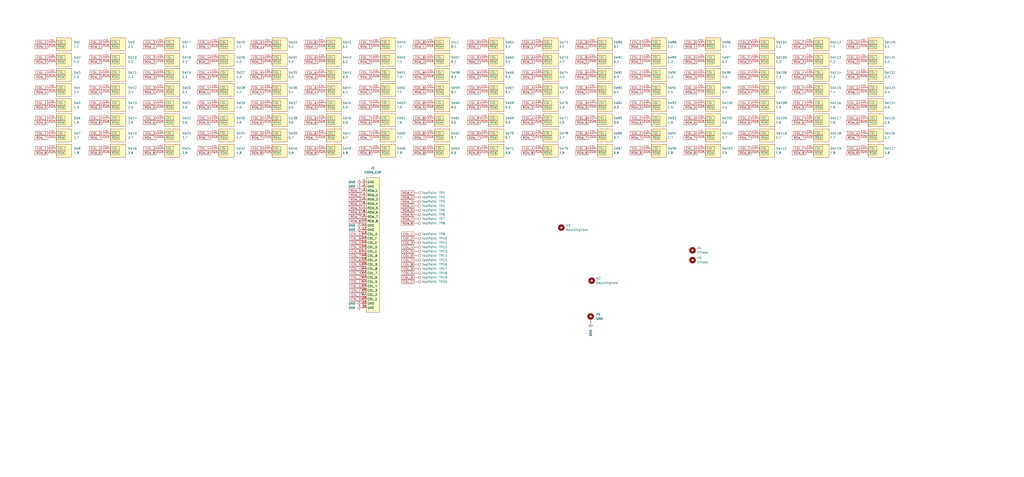
<source format=kicad_sch>
(kicad_sch (version 20230121) (generator eeschema)
  (paper "User" 599.999 279.4)
  (global_label "COL_A" (shape passive) (at 313.055 51.435 180) (property "Intersheetrefs" "${INTERSHEET_REFS}" (effects hide)))
  (global_label "ROW_8" (shape passive) (at 249.555 89.535 180) (property "Intersheetrefs" "${INTERSHEET_REFS}" (effects hide)))
  (global_label "COL_B" (shape passive) (at 242.57 162.56 180) (property "Intersheetrefs" "${INTERSHEET_REFS}" (effects hide)))
  (global_label "COL_3" (shape passive) (at 212.09 160.02 180) (property "Intersheetrefs" "${INTERSHEET_REFS}" (effects hide)))
  (global_label "COL_B" (shape passive) (at 344.805 24.765 180) (property "Intersheetrefs" "${INTERSHEET_REFS}" (effects hide)))
  (global_label "COL_F" (shape passive) (at 471.805 60.325 180) (property "Intersheetrefs" "${INTERSHEET_REFS}" (effects hide)))
  (global_label "ROW_6" (shape passive) (at 471.805 71.755 180) (property "Intersheetrefs" "${INTERSHEET_REFS}" (effects hide)))
  (global_label "COL_8" (shape passive) (at 249.555 42.545 180) (property "Intersheetrefs" "${INTERSHEET_REFS}" (effects hide)))
  (global_label "COL_2" (shape passive) (at 59.69 24.765 180) (property "Intersheetrefs" "${INTERSHEET_REFS}" (effects hide)))
  (global_label "COL_C" (shape passive) (at 376.555 69.215 180) (property "Intersheetrefs" "${INTERSHEET_REFS}" (effects hide)))
  (global_label "COL_8" (shape passive) (at 249.555 60.325 180) (property "Intersheetrefs" "${INTERSHEET_REFS}" (effects hide)))
  (global_label "ROW_3" (shape passive) (at 249.555 45.085 180) (property "Intersheetrefs" "${INTERSHEET_REFS}" (effects hide)))
  (global_label "ROW_8" (shape passive) (at 281.305 89.535 180) (property "Intersheetrefs" "${INTERSHEET_REFS}" (effects hide)))
  (global_label "COL_E" (shape passive) (at 440.055 33.655 180) (property "Intersheetrefs" "${INTERSHEET_REFS}" (effects hide)))
  (global_label "COL_9" (shape passive) (at 242.57 157.48 180) (property "Intersheetrefs" "${INTERSHEET_REFS}" (effects hide)))
  (global_label "COL_1" (shape passive) (at 27.94 69.215 180) (property "Intersheetrefs" "${INTERSHEET_REFS}" (effects hide)))
  (global_label "COL_D" (shape passive) (at 408.305 86.995 180) (property "Intersheetrefs" "${INTERSHEET_REFS}" (effects hide)))
  (global_label "COL_9" (shape passive) (at 212.09 144.78 180) (property "Intersheetrefs" "${INTERSHEET_REFS}" (effects hide)))
  (global_label "COL_E" (shape passive) (at 440.055 69.215 180) (property "Intersheetrefs" "${INTERSHEET_REFS}" (effects hide)))
  (global_label "COL_B" (shape passive) (at 212.09 139.7 180) (property "Intersheetrefs" "${INTERSHEET_REFS}" (effects hide)))
  (global_label "COL_1" (shape passive) (at 27.94 42.545 180) (property "Intersheetrefs" "${INTERSHEET_REFS}" (effects hide)))
  (global_label "COL_G" (shape passive) (at 503.555 51.435 180) (property "Intersheetrefs" "${INTERSHEET_REFS}" (effects hide)))
  (global_label "ROW_7" (shape passive) (at 376.555 80.645 180) (property "Intersheetrefs" "${INTERSHEET_REFS}" (effects hide)))
  (global_label "ROW_8" (shape passive) (at 471.805 89.535 180) (property "Intersheetrefs" "${INTERSHEET_REFS}" (effects hide)))
  (global_label "ROW_2" (shape passive) (at 242.57 115.57 180) (property "Intersheetrefs" "${INTERSHEET_REFS}" (effects hide)))
  (global_label "ROW_6" (shape passive) (at 123.19 71.755 180) (property "Intersheetrefs" "${INTERSHEET_REFS}" (effects hide)))
  (global_label "COL_D" (shape passive) (at 408.305 60.325 180) (property "Intersheetrefs" "${INTERSHEET_REFS}" (effects hide)))
  (global_label "COL_3" (shape passive) (at 91.44 51.435 180) (property "Intersheetrefs" "${INTERSHEET_REFS}" (effects hide)))
  (global_label "COL_7" (shape passive) (at 217.805 60.325 180) (property "Intersheetrefs" "${INTERSHEET_REFS}" (effects hide)))
  (global_label "COL_B" (shape passive) (at 344.805 42.545 180) (property "Intersheetrefs" "${INTERSHEET_REFS}" (effects hide)))
  (global_label "COL_E" (shape passive) (at 440.055 42.545 180) (property "Intersheetrefs" "${INTERSHEET_REFS}" (effects hide)))
  (global_label "ROW_6" (shape passive) (at 408.305 71.755 180) (property "Intersheetrefs" "${INTERSHEET_REFS}" (effects hide)))
  (global_label "COL_8" (shape passive) (at 242.57 154.94 180) (property "Intersheetrefs" "${INTERSHEET_REFS}" (effects hide)))
  (global_label "ROW_2" (shape passive) (at 471.805 36.195 180) (property "Intersheetrefs" "${INTERSHEET_REFS}" (effects hide)))
  (global_label "ROW_7" (shape passive) (at 123.19 80.645 180) (property "Intersheetrefs" "${INTERSHEET_REFS}" (effects hide)))
  (global_label "ROW_5" (shape passive) (at 408.305 62.865 180) (property "Intersheetrefs" "${INTERSHEET_REFS}" (effects hide)))
  (global_label "ROW_5" (shape passive) (at 212.09 121.92 180) (property "Intersheetrefs" "${INTERSHEET_REFS}" (effects hide)))
  (global_label "ROW_7" (shape passive) (at 281.305 80.645 180) (property "Intersheetrefs" "${INTERSHEET_REFS}" (effects hide)))
  (global_label "COL_5" (shape passive) (at 212.09 154.94 180) (property "Intersheetrefs" "${INTERSHEET_REFS}" (effects hide)))
  (global_label "COL_G" (shape passive) (at 503.555 42.545 180) (property "Intersheetrefs" "${INTERSHEET_REFS}" (effects hide)))
  (global_label "COL_9" (shape passive) (at 281.305 60.325 180) (property "Intersheetrefs" "${INTERSHEET_REFS}" (effects hide)))
  (global_label "COL_7" (shape passive) (at 217.805 69.215 180) (property "Intersheetrefs" "${INTERSHEET_REFS}" (effects hide)))
  (global_label "ROW_1" (shape passive) (at 249.555 27.305 180) (property "Intersheetrefs" "${INTERSHEET_REFS}" (effects hide)))
  (global_label "COL_D" (shape passive) (at 408.305 24.765 180) (property "Intersheetrefs" "${INTERSHEET_REFS}" (effects hide)))
  (global_label "ROW_6" (shape passive) (at 186.055 71.755 180) (property "Intersheetrefs" "${INTERSHEET_REFS}" (effects hide)))
  (global_label "COL_A" (shape passive) (at 313.055 69.215 180) (property "Intersheetrefs" "${INTERSHEET_REFS}" (effects hide)))
  (global_label "COL_E" (shape passive) (at 440.055 24.765 180) (property "Intersheetrefs" "${INTERSHEET_REFS}" (effects hide)))
  (global_label "ROW_8" (shape passive) (at 376.555 89.535 180) (property "Intersheetrefs" "${INTERSHEET_REFS}" (effects hide)))
  (global_label "COL_9" (shape passive) (at 281.305 51.435 180) (property "Intersheetrefs" "${INTERSHEET_REFS}" (effects hide)))
  (global_label "ROW_7" (shape passive) (at 249.555 80.645 180) (property "Intersheetrefs" "${INTERSHEET_REFS}" (effects hide)))
  (global_label "ROW_5" (shape passive) (at 471.805 62.865 180) (property "Intersheetrefs" "${INTERSHEET_REFS}" (effects hide)))
  (global_label "COL_7" (shape passive) (at 217.805 42.545 180) (property "Intersheetrefs" "${INTERSHEET_REFS}" (effects hide)))
  (global_label "ROW_6" (shape passive) (at 344.805 71.755 180) (property "Intersheetrefs" "${INTERSHEET_REFS}" (effects hide)))
  (global_label "COL_6" (shape passive) (at 186.055 24.765 180) (property "Intersheetrefs" "${INTERSHEET_REFS}" (effects hide)))
  (global_label "ROW_2" (shape passive) (at 344.805 36.195 180) (property "Intersheetrefs" "${INTERSHEET_REFS}" (effects hide)))
  (global_label "ROW_4" (shape passive) (at 59.69 53.975 180) (property "Intersheetrefs" "${INTERSHEET_REFS}" (effects hide)))
  (global_label "COL_A" (shape passive) (at 313.055 78.105 180) (property "Intersheetrefs" "${INTERSHEET_REFS}" (effects hide)))
  (global_label "ROW_1" (shape passive) (at 154.305 27.305 180) (property "Intersheetrefs" "${INTERSHEET_REFS}" (effects hide)))
  (global_label "ROW_2" (shape passive) (at 186.055 36.195 180) (property "Intersheetrefs" "${INTERSHEET_REFS}" (effects hide)))
  (global_label "ROW_3" (shape passive) (at 154.305 45.085 180) (property "Intersheetrefs" "${INTERSHEET_REFS}" (effects hide)))
  (global_label "COL_C" (shape passive) (at 376.555 33.655 180) (property "Intersheetrefs" "${INTERSHEET_REFS}" (effects hide)))
  (global_label "ROW_3" (shape passive) (at 186.055 45.085 180) (property "Intersheetrefs" "${INTERSHEET_REFS}" (effects hide)))
  (global_label "ROW_4" (shape passive) (at 344.805 53.975 180) (property "Intersheetrefs" "${INTERSHEET_REFS}" (effects hide)))
  (global_label "COL_G" (shape passive) (at 503.555 60.325 180) (property "Intersheetrefs" "${INTERSHEET_REFS}" (effects hide)))
  (global_label "ROW_4" (shape passive) (at 27.94 53.975 180) (property "Intersheetrefs" "${INTERSHEET_REFS}" (effects hide)))
  (global_label "ROW_7" (shape passive) (at 91.44 80.645 180) (property "Intersheetrefs" "${INTERSHEET_REFS}" (effects hide)))
  (global_label "COL_2" (shape passive) (at 242.57 139.7 180) (property "Intersheetrefs" "${INTERSHEET_REFS}" (effects hide)))
  (global_label "ROW_4" (shape passive) (at 242.57 120.65 180) (property "Intersheetrefs" "${INTERSHEET_REFS}" (effects hide)))
  (global_label "ROW_4" (shape passive) (at 186.055 53.975 180) (property "Intersheetrefs" "${INTERSHEET_REFS}" (effects hide)))
  (global_label "ROW_4" (shape passive) (at 313.055 53.975 180) (property "Intersheetrefs" "${INTERSHEET_REFS}" (effects hide)))
  (global_label "ROW_3" (shape passive) (at 408.305 45.085 180) (property "Intersheetrefs" "${INTERSHEET_REFS}" (effects hide)))
  (global_label "ROW_8" (shape passive) (at 186.055 89.535 180) (property "Intersheetrefs" "${INTERSHEET_REFS}" (effects hide)))
  (global_label "ROW_2" (shape passive) (at 408.305 36.195 180) (property "Intersheetrefs" "${INTERSHEET_REFS}" (effects hide)))
  (global_label "ROW_5" (shape passive) (at 123.19 62.865 180) (property "Intersheetrefs" "${INTERSHEET_REFS}" (effects hide)))
  (global_label "COL_5" (shape passive) (at 242.57 147.32 180) (property "Intersheetrefs" "${INTERSHEET_REFS}" (effects hide)))
  (global_label "COL_2" (shape passive) (at 59.69 60.325 180) (property "Intersheetrefs" "${INTERSHEET_REFS}" (effects hide)))
  (global_label "ROW_8" (shape passive) (at 27.94 89.535 180) (property "Intersheetrefs" "${INTERSHEET_REFS}" (effects hide)))
  (global_label "ROW_1" (shape passive) (at 186.055 27.305 180) (property "Intersheetrefs" "${INTERSHEET_REFS}" (effects hide)))
  (global_label "COL_F" (shape passive) (at 471.805 86.995 180) (property "Intersheetrefs" "${INTERSHEET_REFS}" (effects hide)))
  (global_label "COL_B" (shape passive) (at 344.805 86.995 180) (property "Intersheetrefs" "${INTERSHEET_REFS}" (effects hide)))
  (global_label "COL_D" (shape passive) (at 408.305 78.105 180) (property "Intersheetrefs" "${INTERSHEET_REFS}" (effects hide)))
  (global_label "COL_5" (shape passive) (at 154.305 78.105 180) (property "Intersheetrefs" "${INTERSHEET_REFS}" (effects hide)))
  (global_label "COL_G" (shape passive) (at 503.555 69.215 180) (property "Intersheetrefs" "${INTERSHEET_REFS}" (effects hide)))
  (global_label "COL_1" (shape passive) (at 27.94 33.655 180) (property "Intersheetrefs" "${INTERSHEET_REFS}" (effects hide)))
  (global_label "ROW_5" (shape passive) (at 217.805 62.865 180) (property "Intersheetrefs" "${INTERSHEET_REFS}" (effects hide)))
  (global_label "ROW_8" (shape passive) (at 212.09 129.54 180) (property "Intersheetrefs" "${INTERSHEET_REFS}" (effects hide)))
  (global_label "ROW_2" (shape passive) (at 123.19 36.195 180) (property "Intersheetrefs" "${INTERSHEET_REFS}" (effects hide)))
  (global_label "ROW_3" (shape passive) (at 344.805 45.085 180) (property "Intersheetrefs" "${INTERSHEET_REFS}" (effects hide)))
  (global_label "COL_9" (shape passive) (at 281.305 78.105 180) (property "Intersheetrefs" "${INTERSHEET_REFS}" (effects hide)))
  (global_label "ROW_2" (shape passive) (at 440.055 36.195 180) (property "Intersheetrefs" "${INTERSHEET_REFS}" (effects hide)))
  (global_label "ROW_6" (shape passive) (at 154.305 71.755 180) (property "Intersheetrefs" "${INTERSHEET_REFS}" (effects hide)))
  (global_label "COL_1" (shape passive) (at 27.94 51.435 180) (property "Intersheetrefs" "${INTERSHEET_REFS}" (effects hide)))
  (global_label "COL_4" (shape passive) (at 123.19 42.545 180) (property "Intersheetrefs" "${INTERSHEET_REFS}" (effects hide)))
  (global_label "ROW_6" (shape passive) (at 249.555 71.755 180) (property "Intersheetrefs" "${INTERSHEET_REFS}" (effects hide)))
  (global_label "ROW_2" (shape passive) (at 154.305 36.195 180) (property "Intersheetrefs" "${INTERSHEET_REFS}" (effects hide)))
  (global_label "ROW_1" (shape passive) (at 217.805 27.305 180) (property "Intersheetrefs" "${INTERSHEET_REFS}" (effects hide)))
  (global_label "COL_C" (shape passive) (at 376.555 51.435 180) (property "Intersheetrefs" "${INTERSHEET_REFS}" (effects hide)))
  (global_label "COL_G" (shape passive) (at 503.555 24.765 180) (property "Intersheetrefs" "${INTERSHEET_REFS}" (effects hide)))
  (global_label "ROW_6" (shape passive) (at 242.57 125.73 180) (property "Intersheetrefs" "${INTERSHEET_REFS}" (effects hide)))
  (global_label "ROW_8" (shape passive) (at 59.69 89.535 180) (property "Intersheetrefs" "${INTERSHEET_REFS}" (effects hide)))
  (global_label "COL_C" (shape passive) (at 376.555 60.325 180) (property "Intersheetrefs" "${INTERSHEET_REFS}" (effects hide)))
  (global_label "COL_2" (shape passive) (at 59.69 86.995 180) (property "Intersheetrefs" "${INTERSHEET_REFS}" (effects hide)))
  (global_label "COL_E" (shape passive) (at 440.055 60.325 180) (property "Intersheetrefs" "${INTERSHEET_REFS}" (effects hide)))
  (global_label "ROW_3" (shape passive) (at 217.805 45.085 180) (property "Intersheetrefs" "${INTERSHEET_REFS}" (effects hide)))
  (global_label "ROW_5" (shape passive) (at 249.555 62.865 180) (property "Intersheetrefs" "${INTERSHEET_REFS}" (effects hide)))
  (global_label "ROW_8" (shape passive) (at 503.555 89.535 180) (property "Intersheetrefs" "${INTERSHEET_REFS}" (effects hide)))
  (global_label "ROW_7" (shape passive) (at 440.055 80.645 180) (property "Intersheetrefs" "${INTERSHEET_REFS}" (effects hide)))
  (global_label "COL_5" (shape passive) (at 154.305 86.995 180) (property "Intersheetrefs" "${INTERSHEET_REFS}" (effects hide)))
  (global_label "ROW_3" (shape passive) (at 242.57 118.11 180) (property "Intersheetrefs" "${INTERSHEET_REFS}" (effects hide)))
  (global_label "COL_G" (shape passive) (at 503.555 86.995 180) (property "Intersheetrefs" "${INTERSHEET_REFS}" (effects hide)))
  (global_label "ROW_1" (shape passive) (at 344.805 27.305 180) (property "Intersheetrefs" "${INTERSHEET_REFS}" (effects hide)))
  (global_label "ROW_3" (shape passive) (at 212.09 116.84 180) (property "Intersheetrefs" "${INTERSHEET_REFS}" (effects hide)))
  (global_label "COL_3" (shape passive) (at 242.57 142.24 180) (property "Intersheetrefs" "${INTERSHEET_REFS}" (effects hide)))
  (global_label "ROW_1" (shape passive) (at 440.055 27.305 180) (property "Intersheetrefs" "${INTERSHEET_REFS}" (effects hide)))
  (global_label "COL_9" (shape passive) (at 281.305 42.545 180) (property "Intersheetrefs" "${INTERSHEET_REFS}" (effects hide)))
  (global_label "ROW_7" (shape passive) (at 27.94 80.645 180) (property "Intersheetrefs" "${INTERSHEET_REFS}" (effects hide)))
  (global_label "COL_D" (shape passive) (at 408.305 33.655 180) (property "Intersheetrefs" "${INTERSHEET_REFS}" (effects hide)))
  (global_label "ROW_6" (shape passive) (at 281.305 71.755 180) (property "Intersheetrefs" "${INTERSHEET_REFS}" (effects hide)))
  (global_label "COL_1" (shape passive) (at 27.94 78.105 180) (property "Intersheetrefs" "${INTERSHEET_REFS}" (effects hide)))
  (global_label "ROW_4" (shape passive) (at 154.305 53.975 180) (property "Intersheetrefs" "${INTERSHEET_REFS}" (effects hide)))
  (global_label "ROW_4" (shape passive) (at 281.305 53.975 180) (property "Intersheetrefs" "${INTERSHEET_REFS}" (effects hide)))
  (global_label "ROW_5" (shape passive) (at 503.555 62.865 180) (property "Intersheetrefs" "${INTERSHEET_REFS}" (effects hide)))
  (global_label "ROW_4" (shape passive) (at 408.305 53.975 180) (property "Intersheetrefs" "${INTERSHEET_REFS}" (effects hide)))
  (global_label "COL_G" (shape passive) (at 503.555 78.105 180) (property "Intersheetrefs" "${INTERSHEET_REFS}" (effects hide)))
  (global_label "ROW_7" (shape passive) (at 344.805 80.645 180) (property "Intersheetrefs" "${INTERSHEET_REFS}" (effects hide)))
  (global_label "ROW_5" (shape passive) (at 186.055 62.865 180) (property "Intersheetrefs" "${INTERSHEET_REFS}" (effects hide)))
  (global_label "COL_5" (shape passive) (at 154.305 42.545 180) (property "Intersheetrefs" "${INTERSHEET_REFS}" (effects hide)))
  (global_label "COL_3" (shape passive) (at 91.44 69.215 180) (property "Intersheetrefs" "${INTERSHEET_REFS}" (effects hide)))
  (global_label "ROW_2" (shape passive) (at 27.94 36.195 180) (property "Intersheetrefs" "${INTERSHEET_REFS}" (effects hide)))
  (global_label "ROW_5" (shape passive) (at 27.94 62.865 180) (property "Intersheetrefs" "${INTERSHEET_REFS}" (effects hide)))
  (global_label "ROW_2" (shape passive) (at 503.555 36.195 180) (property "Intersheetrefs" "${INTERSHEET_REFS}" (effects hide)))
  (global_label "COL_A" (shape passive) (at 212.09 142.24 180) (property "Intersheetrefs" "${INTERSHEET_REFS}" (effects hide)))
  (global_label "COL_6" (shape passive) (at 186.055 51.435 180) (property "Intersheetrefs" "${INTERSHEET_REFS}" (effects hide)))
  (global_label "COL_2" (shape passive) (at 59.69 33.655 180) (property "Intersheetrefs" "${INTERSHEET_REFS}" (effects hide)))
  (global_label "COL_A" (shape passive) (at 313.055 42.545 180) (property "Intersheetrefs" "${INTERSHEET_REFS}" (effects hide)))
  (global_label "ROW_2" (shape passive) (at 249.555 36.195 180) (property "Intersheetrefs" "${INTERSHEET_REFS}" (effects hide)))
  (global_label "ROW_5" (shape passive) (at 344.805 62.865 180) (property "Intersheetrefs" "${INTERSHEET_REFS}" (effects hide)))
  (global_label "ROW_4" (shape passive) (at 503.555 53.975 180) (property "Intersheetrefs" "${INTERSHEET_REFS}" (effects hide)))
  (global_label "ROW_4" (shape passive) (at 123.19 53.975 180) (property "Intersheetrefs" "${INTERSHEET_REFS}" (effects hide)))
  (global_label "ROW_8" (shape passive) (at 154.305 89.535 180) (property "Intersheetrefs" "${INTERSHEET_REFS}" (effects hide)))
  (global_label "ROW_8" (shape passive) (at 123.19 89.535 180) (property "Intersheetrefs" "${INTERSHEET_REFS}" (effects hide)))
  (global_label "COL_1" (shape passive) (at 212.09 165.1 180) (property "Intersheetrefs" "${INTERSHEET_REFS}" (effects hide)))
  (global_label "ROW_3" (shape passive) (at 59.69 45.085 180) (property "Intersheetrefs" "${INTERSHEET_REFS}" (effects hide)))
  (global_label "COL_4" (shape passive) (at 123.19 86.995 180) (property "Intersheetrefs" "${INTERSHEET_REFS}" (effects hide)))
  (global_label "COL_G" (shape passive) (at 503.555 33.655 180) (property "Intersheetrefs" "${INTERSHEET_REFS}" (effects hide)))
  (global_label "COL_3" (shape passive) (at 91.44 33.655 180) (property "Intersheetrefs" "${INTERSHEET_REFS}" (effects hide)))
  (global_label "COL_4" (shape passive) (at 123.19 51.435 180) (property "Intersheetrefs" "${INTERSHEET_REFS}" (effects hide)))
  (global_label "COL_B" (shape passive) (at 344.805 78.105 180) (property "Intersheetrefs" "${INTERSHEET_REFS}" (effects hide)))
  (global_label "COL_6" (shape passive) (at 212.09 152.4 180) (property "Intersheetrefs" "${INTERSHEET_REFS}" (effects hide)))
  (global_label "COL_1" (shape passive) (at 242.57 137.16 180) (property "Intersheetrefs" "${INTERSHEET_REFS}" (effects hide)))
  (global_label "ROW_7" (shape passive) (at 212.09 127 180) (property "Intersheetrefs" "${INTERSHEET_REFS}" (effects hide)))
  (global_label "ROW_8" (shape passive) (at 313.055 89.535 180) (property "Intersheetrefs" "${INTERSHEET_REFS}" (effects hide)))
  (global_label "COL_9" (shape passive) (at 281.305 24.765 180) (property "Intersheetrefs" "${INTERSHEET_REFS}" (effects hide)))
  (global_label "COL_4" (shape passive) (at 123.19 78.105 180) (property "Intersheetrefs" "${INTERSHEET_REFS}" (effects hide)))
  (global_label "ROW_4" (shape passive) (at 376.555 53.975 180) (property "Intersheetrefs" "${INTERSHEET_REFS}" (effects hide)))
  (global_label "ROW_1" (shape passive) (at 27.94 27.305 180) (property "Intersheetrefs" "${INTERSHEET_REFS}" (effects hide)))
  (global_label "ROW_1" (shape passive) (at 281.305 27.305 180) (property "Intersheetrefs" "${INTERSHEET_REFS}" (effects hide)))
  (global_label "ROW_7" (shape passive) (at 59.69 80.645 180) (property "Intersheetrefs" "${INTERSHEET_REFS}" (effects hide)))
  (global_label "COL_8" (shape passive) (at 249.555 24.765 180) (property "Intersheetrefs" "${INTERSHEET_REFS}" (effects hide)))
  (global_label "ROW_5" (shape passive) (at 440.055 62.865 180) (property "Intersheetrefs" "${INTERSHEET_REFS}" (effects hide)))
  (global_label "ROW_5" (shape passive) (at 242.57 123.19 180) (property "Intersheetrefs" "${INTERSHEET_REFS}" (effects hide)))
  (global_label "ROW_6" (shape passive) (at 59.69 71.755 180) (property "Intersheetrefs" "${INTERSHEET_REFS}" (effects hide)))
  (global_label "COL_5" (shape passive) (at 154.305 69.215 180) (property "Intersheetrefs" "${INTERSHEET_REFS}" (effects hide)))
  (global_label "ROW_5" (shape passive) (at 376.555 62.865 180) (property "Intersheetrefs" "${INTERSHEET_REFS}" (effects hide)))
  (global_label "COL_1" (shape passive) (at 27.94 60.325 180) (property "Intersheetrefs" "${INTERSHEET_REFS}" (effects hide)))
  (global_label "COL_A" (shape passive) (at 313.055 24.765 180) (property "Intersheetrefs" "${INTERSHEET_REFS}" (effects hide)))
  (global_label "ROW_4" (shape passive) (at 249.555 53.975 180) (property "Intersheetrefs" "${INTERSHEET_REFS}" (effects hide)))
  (global_label "COL_F" (shape passive) (at 471.805 42.545 180) (property "Intersheetrefs" "${INTERSHEET_REFS}" (effects hide)))
  (global_label "COL_F" (shape passive) (at 471.805 51.435 180) (property "Intersheetrefs" "${INTERSHEET_REFS}" (effects hide)))
  (global_label "COL_6" (shape passive) (at 186.055 86.995 180) (property "Intersheetrefs" "${INTERSHEET_REFS}" (effects hide)))
  (global_label "COL_F" (shape passive) (at 471.805 33.655 180) (property "Intersheetrefs" "${INTERSHEET_REFS}" (effects hide)))
  (global_label "COL_F" (shape passive) (at 471.805 69.215 180) (property "Intersheetrefs" "${INTERSHEET_REFS}" (effects hide)))
  (global_label "COL_D" (shape passive) (at 408.305 42.545 180) (property "Intersheetrefs" "${INTERSHEET_REFS}" (effects hide)))
  (global_label "ROW_2" (shape passive) (at 281.305 36.195 180) (property "Intersheetrefs" "${INTERSHEET_REFS}" (effects hide)))
  (global_label "ROW_4" (shape passive) (at 91.44 53.975 180) (property "Intersheetrefs" "${INTERSHEET_REFS}" (effects hide)))
  (global_label "COL_8" (shape passive) (at 249.555 33.655 180) (property "Intersheetrefs" "${INTERSHEET_REFS}" (effects hide)))
  (global_label "ROW_8" (shape passive) (at 440.055 89.535 180) (property "Intersheetrefs" "${INTERSHEET_REFS}" (effects hide)))
  (global_label "COL_2" (shape passive) (at 59.69 69.215 180) (property "Intersheetrefs" "${INTERSHEET_REFS}" (effects hide)))
  (global_label "COL_2" (shape passive) (at 59.69 78.105 180) (property "Intersheetrefs" "${INTERSHEET_REFS}" (effects hide)))
  (global_label "COL_C" (shape passive) (at 376.555 24.765 180) (property "Intersheetrefs" "${INTERSHEET_REFS}" (effects hide)))
  (global_label "COL_B" (shape passive) (at 344.805 51.435 180) (property "Intersheetrefs" "${INTERSHEET_REFS}" (effects hide)))
  (global_label "ROW_8" (shape passive) (at 242.57 130.81 180) (property "Intersheetrefs" "${INTERSHEET_REFS}" (effects hide)))
  (global_label "ROW_1" (shape passive) (at 503.555 27.305 180) (property "Intersheetrefs" "${INTERSHEET_REFS}" (effects hide)))
  (global_label "ROW_1" (shape passive) (at 212.09 111.76 180) (property "Intersheetrefs" "${INTERSHEET_REFS}" (effects hide)))
  (global_label "COL_A" (shape passive) (at 313.055 86.995 180) (property "Intersheetrefs" "${INTERSHEET_REFS}" (effects hide)))
  (global_label "ROW_8" (shape passive) (at 344.805 89.535 180) (property "Intersheetrefs" "${INTERSHEET_REFS}" (effects hide)))
  (global_label "COL_6" (shape passive) (at 242.57 149.86 180) (property "Intersheetrefs" "${INTERSHEET_REFS}" (effects hide)))
  (global_label "COL_C" (shape passive) (at 376.555 86.995 180) (property "Intersheetrefs" "${INTERSHEET_REFS}" (effects hide)))
  (global_label "ROW_6" (shape passive) (at 27.94 71.755 180) (property "Intersheetrefs" "${INTERSHEET_REFS}" (effects hide)))
  (global_label "ROW_2" (shape passive) (at 313.055 36.195 180) (property "Intersheetrefs" "${INTERSHEET_REFS}" (effects hide)))
  (global_label "COL_7" (shape passive) (at 242.57 152.4 180) (property "Intersheetrefs" "${INTERSHEET_REFS}" (effects hide)))
  (global_label "COL_4" (shape passive) (at 123.19 24.765 180) (property "Intersheetrefs" "${INTERSHEET_REFS}" (effects hide)))
  (global_label "ROW_3" (shape passive) (at 313.055 45.085 180) (property "Intersheetrefs" "${INTERSHEET_REFS}" (effects hide)))
  (global_label "ROW_7" (shape passive) (at 242.57 128.27 180) (property "Intersheetrefs" "${INTERSHEET_REFS}" (effects hide)))
  (global_label "COL_2" (shape passive) (at 59.69 51.435 180) (property "Intersheetrefs" "${INTERSHEET_REFS}" (effects hide)))
  (global_label "COL_E" (shape passive) (at 440.055 78.105 180) (property "Intersheetrefs" "${INTERSHEET_REFS}" (effects hide)))
  (global_label "COL_5" (shape passive) (at 154.305 51.435 180) (property "Intersheetrefs" "${INTERSHEET_REFS}" (effects hide)))
  (global_label "COL_6" (shape passive) (at 186.055 33.655 180) (property "Intersheetrefs" "${INTERSHEET_REFS}" (effects hide)))
  (global_label "COL_3" (shape passive) (at 91.44 60.325 180) (property "Intersheetrefs" "${INTERSHEET_REFS}" (effects hide)))
  (global_label "COL_7" (shape passive) (at 217.805 86.995 180) (property "Intersheetrefs" "${INTERSHEET_REFS}" (effects hide)))
  (global_label "ROW_4" (shape passive) (at 471.805 53.975 180) (property "Intersheetrefs" "${INTERSHEET_REFS}" (effects hide)))
  (global_label "COL_8" (shape passive) (at 249.555 51.435 180) (property "Intersheetrefs" "${INTERSHEET_REFS}" (effects hide)))
  (global_label "COL_5" (shape passive) (at 154.305 33.655 180) (property "Intersheetrefs" "${INTERSHEET_REFS}" (effects hide)))
  (global_label "ROW_1" (shape passive) (at 242.57 113.03 180) (property "Intersheetrefs" "${INTERSHEET_REFS}" (effects hide)))
  (global_label "ROW_7" (shape passive) (at 154.305 80.645 180) (property "Intersheetrefs" "${INTERSHEET_REFS}" (effects hide)))
  (global_label "COL_C" (shape passive) (at 376.555 42.545 180) (property "Intersheetrefs" "${INTERSHEET_REFS}" (effects hide)))
  (global_label "COL_7" (shape passive) (at 212.09 149.86 180) (property "Intersheetrefs" "${INTERSHEET_REFS}" (effects hide)))
  (global_label "COL_7" (shape passive) (at 217.805 78.105 180) (property "Intersheetrefs" "${INTERSHEET_REFS}" (effects hide)))
  (global_label "ROW_6" (shape passive) (at 313.055 71.755 180) (property "Intersheetrefs" "${INTERSHEET_REFS}" (effects hide)))
  (global_label "COL_E" (shape passive) (at 212.09 172.72 180) (property "Intersheetrefs" "${INTERSHEET_REFS}" (effects hide)))
  (global_label "ROW_7" (shape passive) (at 503.555 80.645 180) (property "Intersheetrefs" "${INTERSHEET_REFS}" (effects hide)))
  (global_label "COL_4" (shape passive) (at 123.19 69.215 180) (property "Intersheetrefs" "${INTERSHEET_REFS}" (effects hide)))
  (global_label "COL_B" (shape passive) (at 344.805 60.325 180) (property "Intersheetrefs" "${INTERSHEET_REFS}" (effects hide)))
  (global_label "COL_6" (shape passive) (at 186.055 69.215 180) (property "Intersheetrefs" "${INTERSHEET_REFS}" (effects hide)))
  (global_label "COL_6" (shape passive) (at 186.055 78.105 180) (property "Intersheetrefs" "${INTERSHEET_REFS}" (effects hide)))
  (global_label "COL_4" (shape passive) (at 123.19 33.655 180) (property "Intersheetrefs" "${INTERSHEET_REFS}" (effects hide)))
  (global_label "ROW_1" (shape passive) (at 376.555 27.305 180) (property "Intersheetrefs" "${INTERSHEET_REFS}" (effects hide)))
  (global_label "ROW_5" (shape passive) (at 281.305 62.865 180) (property "Intersheetrefs" "${INTERSHEET_REFS}" (effects hide)))
  (global_label "ROW_2" (shape passive) (at 212.09 114.3 180) (property "Intersheetrefs" "${INTERSHEET_REFS}" (effects hide)))
  (global_label "ROW_3" (shape passive) (at 91.44 45.085 180) (property "Intersheetrefs" "${INTERSHEET_REFS}" (effects hide)))
  (global_label "COL_8" (shape passive) (at 249.555 86.995 180) (property "Intersheetrefs" "${INTERSHEET_REFS}" (effects hide)))
  (global_label "ROW_2" (shape passive) (at 376.555 36.195 180) (property "Intersheetrefs" "${INTERSHEET_REFS}" (effects hide)))
  (global_label "ROW_4" (shape passive) (at 212.09 119.38 180) (property "Intersheetrefs" "${INTERSHEET_REFS}" (effects hide)))
  (global_label "ROW_1" (shape passive) (at 408.305 27.305 180) (property "Intersheetrefs" "${INTERSHEET_REFS}" (effects hide)))
  (global_label "COL_3" (shape passive) (at 91.44 86.995 180) (property "Intersheetrefs" "${INTERSHEET_REFS}" (effects hide)))
  (global_label "COL_8" (shape passive) (at 212.09 147.32 180) (property "Intersheetrefs" "${INTERSHEET_REFS}" (effects hide)))
  (global_label "COL_4" (shape passive) (at 123.19 60.325 180) (property "Intersheetrefs" "${INTERSHEET_REFS}" (effects hide)))
  (global_label "COL_G" (shape passive) (at 212.09 167.64 180) (property "Intersheetrefs" "${INTERSHEET_REFS}" (effects hide)))
  (global_label "COL_5" (shape passive) (at 154.305 24.765 180) (property "Intersheetrefs" "${INTERSHEET_REFS}" (effects hide)))
  (global_label "ROW_7" (shape passive) (at 408.305 80.645 180) (property "Intersheetrefs" "${INTERSHEET_REFS}" (effects hide)))
  (global_label "COL_F" (shape passive) (at 471.805 78.105 180) (property "Intersheetrefs" "${INTERSHEET_REFS}" (effects hide)))
  (global_label "COL_F" (shape passive) (at 471.805 24.765 180) (property "Intersheetrefs" "${INTERSHEET_REFS}" (effects hide)))
  (global_label "COL_6" (shape passive) (at 186.055 42.545 180) (property "Intersheetrefs" "${INTERSHEET_REFS}" (effects hide)))
  (global_label "ROW_4" (shape passive) (at 440.055 53.975 180) (property "Intersheetrefs" "${INTERSHEET_REFS}" (effects hide)))
  (global_label "COL_C" (shape passive) (at 376.555 78.105 180) (property "Intersheetrefs" "${INTERSHEET_REFS}" (effects hide)))
  (global_label "ROW_7" (shape passive) (at 471.805 80.645 180) (property "Intersheetrefs" "${INTERSHEET_REFS}" (effects hide)))
  (global_label "COL_7" (shape passive) (at 217.805 33.655 180) (property "Intersheetrefs" "${INTERSHEET_REFS}" (effects hide)))
  (global_label "ROW_8" (shape passive) (at 408.305 89.535 180) (property "Intersheetrefs" "${INTERSHEET_REFS}" (effects hide)))
  (global_label "COL_D" (shape passive) (at 212.09 175.26 180) (property "Intersheetrefs" "${INTERSHEET_REFS}" (effects hide)))
  (global_label "ROW_3" (shape passive) (at 503.555 45.085 180) (property "Intersheetrefs" "${INTERSHEET_REFS}" (effects hide)))
  (global_label "ROW_5" (shape passive) (at 154.305 62.865 180) (property "Intersheetrefs" "${INTERSHEET_REFS}" (effects hide)))
  (global_label "COL_6" (shape passive) (at 186.055 60.325 180) (property "Intersheetrefs" "${INTERSHEET_REFS}" (effects hide)))
  (global_label "ROW_7" (shape passive) (at 186.055 80.645 180) (property "Intersheetrefs" "${INTERSHEET_REFS}" (effects hide)))
  (global_label "COL_5" (shape passive) (at 154.305 60.325 180) (property "Intersheetrefs" "${INTERSHEET_REFS}" (effects hide)))
  (global_label "ROW_3" (shape passive) (at 281.305 45.085 180) (property "Intersheetrefs" "${INTERSHEET_REFS}" (effects hide)))
  (global_label "COL_3" (shape passive) (at 91.44 42.545 180) (property "Intersheetrefs" "${INTERSHEET_REFS}" (effects hide)))
  (global_label "ROW_2" (shape passive) (at 91.44 36.195 180) (property "Intersheetrefs" "${INTERSHEET_REFS}" (effects hide)))
  (global_label "COL_1" (shape passive) (at 27.94 86.995 180) (property "Intersheetrefs" "${INTERSHEET_REFS}" (effects hide)))
  (global_label "ROW_7" (shape passive) (at 313.055 80.645 180) (property "Intersheetrefs" "${INTERSHEET_REFS}" (effects hide)))
  (global_label "ROW_3" (shape passive) (at 376.555 45.085 180) (property "Intersheetrefs" "${INTERSHEET_REFS}" (effects hide)))
  (global_label "COL_9" (shape passive) (at 281.305 86.995 180) (property "Intersheetrefs" "${INTERSHEET_REFS}" (effects hide)))
  (global_label "COL_C" (shape passive) (at 242.57 165.1 180) (property "Intersheetrefs" "${INTERSHEET_REFS}" (effects hide)))
  (global_label "ROW_1" (shape passive) (at 91.44 27.305 180) (property "Intersheetrefs" "${INTERSHEET_REFS}" (effects hide)))
  (global_label "ROW_1" (shape passive) (at 313.055 27.305 180) (property "Intersheetrefs" "${INTERSHEET_REFS}" (effects hide)))
  (global_label "ROW_7" (shape passive) (at 217.805 80.645 180) (property "Intersheetrefs" "${INTERSHEET_REFS}" (effects hide)))
  (global_label "COL_B" (shape passive) (at 344.805 69.215 180) (property "Intersheetrefs" "${INTERSHEET_REFS}" (effects hide)))
  (global_label "ROW_1" (shape passive) (at 59.69 27.305 180) (property "Intersheetrefs" "${INTERSHEET_REFS}" (effects hide)))
  (global_label "COL_D" (shape passive) (at 408.305 51.435 180) (property "Intersheetrefs" "${INTERSHEET_REFS}" (effects hide)))
  (global_label "COL_A" (shape passive) (at 242.57 160.02 180) (property "Intersheetrefs" "${INTERSHEET_REFS}" (effects hide)))
  (global_label "COL_A" (shape passive) (at 313.055 60.325 180) (property "Intersheetrefs" "${INTERSHEET_REFS}" (effects hide)))
  (global_label "ROW_5" (shape passive) (at 59.69 62.865 180) (property "Intersheetrefs" "${INTERSHEET_REFS}" (effects hide)))
  (global_label "ROW_6" (shape passive) (at 503.555 71.755 180) (property "Intersheetrefs" "${INTERSHEET_REFS}" (effects hide)))
  (global_label "COL_7" (shape passive) (at 217.805 51.435 180) (property "Intersheetrefs" "${INTERSHEET_REFS}" (effects hide)))
  (global_label "ROW_6" (shape passive) (at 212.09 124.46 180) (property "Intersheetrefs" "${INTERSHEET_REFS}" (effects hide)))
  (global_label "ROW_2" (shape passive) (at 217.805 36.195 180) (property "Intersheetrefs" "${INTERSHEET_REFS}" (effects hide)))
  (global_label "COL_E" (shape passive) (at 440.055 51.435 180) (property "Intersheetrefs" "${INTERSHEET_REFS}" (effects hide)))
  (global_label "COL_1" (shape passive) (at 27.94 24.765 180) (property "Intersheetrefs" "${INTERSHEET_REFS}" (effects hide)))
  (global_label "COL_A" (shape passive) (at 313.055 33.655 180) (property "Intersheetrefs" "${INTERSHEET_REFS}" (effects hide)))
  (global_label "ROW_6" (shape passive) (at 376.555 71.755 180) (property "Intersheetrefs" "${INTERSHEET_REFS}" (effects hide)))
  (global_label "COL_E" (shape passive) (at 440.055 86.995 180) (property "Intersheetrefs" "${INTERSHEET_REFS}" (effects hide)))
  (global_label "ROW_3" (shape passive) (at 440.055 45.085 180) (property "Intersheetrefs" "${INTERSHEET_REFS}" (effects hide)))
  (global_label "ROW_5" (shape passive) (at 313.055 62.865 180) (property "Intersheetrefs" "${INTERSHEET_REFS}" (effects hide)))
  (global_label "COL_2" (shape passive) (at 59.69 42.545 180) (property "Intersheetrefs" "${INTERSHEET_REFS}" (effects hide)))
  (global_label "ROW_3" (shape passive) (at 471.805 45.085 180) (property "Intersheetrefs" "${INTERSHEET_REFS}" (effects hide)))
  (global_label "COL_D" (shape passive) (at 408.305 69.215 180) (property "Intersheetrefs" "${INTERSHEET_REFS}" (effects hide)))
  (global_label "COL_B" (shape passive) (at 344.805 33.655 180) (property "Intersheetrefs" "${INTERSHEET_REFS}" (effects hide)))
  (global_label "COL_3" (shape passive) (at 91.44 78.105 180) (property "Intersheetrefs" "${INTERSHEET_REFS}" (effects hide)))
  (global_label "COL_4" (shape passive) (at 212.09 157.48 180) (property "Intersheetrefs" "${INTERSHEET_REFS}" (effects hide)))
  (global_label "COL_7" (shape passive) (at 217.805 24.765 180) (property "Intersheetrefs" "${INTERSHEET_REFS}" (effects hide)))
  (global_label "ROW_3" (shape passive) (at 27.94 45.085 180) (property "Intersheetrefs" "${INTERSHEET_REFS}" (effects hide)))
  (global_label "ROW_6" (shape passive) (at 440.055 71.755 180) (property "Intersheetrefs" "${INTERSHEET_REFS}" (effects hide)))
  (global_label "COL_2" (shape passive) (at 212.09 162.56 180) (property "Intersheetrefs" "${INTERSHEET_REFS}" (effects hide)))
  (global_label "ROW_1" (shape passive) (at 471.805 27.305 180) (property "Intersheetrefs" "${INTERSHEET_REFS}" (effects hide)))
  (global_label "ROW_6" (shape passive) (at 91.44 71.755 180) (property "Intersheetrefs" "${INTERSHEET_REFS}" (effects hide)))
  (global_label "ROW_8" (shape passive) (at 217.805 89.535 180) (property "Intersheetrefs" "${INTERSHEET_REFS}" (effects hide)))
  (global_label "COL_3" (shape passive) (at 91.44 24.765 180) (property "Intersheetrefs" "${INTERSHEET_REFS}" (effects hide)))
  (global_label "ROW_2" (shape passive) (at 59.69 36.195 180) (property "Intersheetrefs" "${INTERSHEET_REFS}" (effects hide)))
  (global_label "ROW_6" (shape passive) (at 217.805 71.755 180) (property "Intersheetrefs" "${INTERSHEET_REFS}" (effects hide)))
  (global_label "ROW_1" (shape passive) (at 123.19 27.305 180) (property "Intersheetrefs" "${INTERSHEET_REFS}" (effects hide)))
  (global_label "COL_8" (shape passive) (at 249.555 78.105 180) (property "Intersheetrefs" "${INTERSHEET_REFS}" (effects hide)))
  (global_label "COL_9" (shape passive) (at 281.305 69.215 180) (property "Intersheetrefs" "${INTERSHEET_REFS}" (effects hide)))
  (global_label "ROW_5" (shape passive) (at 91.44 62.865 180) (property "Intersheetrefs" "${INTERSHEET_REFS}" (effects hide)))
  (global_label "ROW_4" (shape passive) (at 217.805 53.975 180) (property "Intersheetrefs" "${INTERSHEET_REFS}" (effects hide)))
  (global_label "ROW_8" (shape passive) (at 91.44 89.535 180) (property "Intersheetrefs" "${INTERSHEET_REFS}" (effects hide)))
  (global_label "COL_F" (shape passive) (at 212.09 170.18 180) (property "Intersheetrefs" "${INTERSHEET_REFS}" (effects hide)))
  (global_label "ROW_3" (shape passive) (at 123.19 45.085 180) (property "Intersheetrefs" "${INTERSHEET_REFS}" (effects hide)))
  (global_label "COL_8" (shape passive) (at 249.555 69.215 180) (property "Intersheetrefs" "${INTERSHEET_REFS}" (effects hide)))
  (global_label "COL_9" (shape passive) (at 281.305 33.655 180) (property "Intersheetrefs" "${INTERSHEET_REFS}" (effects hide)))
  (global_label "COL_C" (shape passive) (at 212.09 137.16 180) (property "Intersheetrefs" "${INTERSHEET_REFS}" (effects hide)))
  (global_label "COL_4" (shape passive) (at 242.57 144.78 180) (property "Intersheetrefs" "${INTERSHEET_REFS}" (effects hide)))
  (symbol (lib_id "Connector:TestPoint") (at 242.57 147.32 270) (unit 1)
    (property "Reference" "TP13" (at 257.175 147.32 90) (effects (justify left)))
    (property "Value" "TestPoint" (at 247.015 147.32 90) (effects (justify left)))
    (property "Footprint" "TestPoint:TestPoint_Pad_1.0x1.0mm" (effects hide))
  )
  (symbol (lib_id "tam_cap:SW_CAP") (at 321.945 41.275 0) (unit 1)
    (property "Reference" "SW74" (at 327.66 42.5449 0) (effects (justify left)))
    (property "Value" "A,3" (at 327.66 45.0849 0) (effects (justify left)))
    (property "Footprint" "tam_cap:SW_CAP_F_L" (effects hide))
  )
  (symbol (lib_id "tam_cap:SW_CAP") (at 100.33 76.835 0) (unit 1)
    (property "Reference" "SW23" (at 106.68 78.1049 0) (effects (justify left)))
    (property "Value" "3,7" (at 106.68 80.6449 0) (effects (justify left)))
    (property "Footprint" "tam_cap:SW_CAP_F_L" (effects hide))
  )
  (symbol (lib_id "tam_cap:SW_CAP") (at 353.695 59.055 0) (unit 1)
    (property "Reference" "SW84" (at 359.41 60.3249 0) (effects (justify left)))
    (property "Value" "B,5" (at 359.41 62.8649 0) (effects (justify left)))
    (property "Footprint" "tam_cap:SW_CAP_F_L" (effects hide))
  )
  (symbol (lib_id "tam_cap:SW_CAP") (at 100.33 41.275 0) (unit 1)
    (property "Reference" "SW19" (at 106.68 42.5449 0) (effects (justify left)))
    (property "Value" "3,3" (at 106.68 45.0849 0) (effects (justify left)))
    (property "Footprint" "tam_cap:SW_CAP_F_L" (effects hide))
  )
  (symbol (lib_id "Mechanical:MountingHole") (at 405.765 152.4 0) (unit 1)
    (property "Reference" "H5" (at 408.305 151.1299 0) (effects (justify left)))
    (property "Value" "XTHole" (at 408.305 153.6699 0) (effects (justify left)))
    (property "Footprint" "tam_cap:XT_Hole" (effects hide))
  )
  (symbol (lib_id "tam_cap:SW_CAP") (at 68.58 32.385 0) (unit 1)
    (property "Reference" "SW10" (at 74.93 33.6549 0) (effects (justify left)))
    (property "Value" "2,2" (at 74.93 36.1949 0) (effects (justify left)))
    (property "Footprint" "tam_cap:SW_CAP_F_L" (effects hide))
  )
  (symbol (lib_id "Mechanical:MountingHole") (at 328.93 133.35 0) (unit 1)
    (property "Reference" "H3" (at 331.47 132.0799 0) (effects (justify left)))
    (property "Value" "MountingHole" (at 331.47 134.6199 0) (effects (justify left)))
    (property "Footprint" "tam_cap:MountingSlot_3.5mm" (effects hide))
  )
  (symbol (lib_id "tam_cap:SW_CAP") (at 258.445 59.055 0) (unit 1)
    (property "Reference" "SW60" (at 264.16 60.3249 0) (effects (justify left)))
    (property "Value" "8,5" (at 264.16 62.8649 0) (effects (justify left)))
    (property "Footprint" "tam_cap:SW_CAP_F_L" (effects hide))
  )
  (symbol (lib_id "tam_cap:SW_CAP") (at 163.195 32.385 0) (unit 1)
    (property "Reference" "SW34" (at 168.91 33.6549 0) (effects (justify left)))
    (property "Value" "5,2" (at 168.91 36.1949 0) (effects (justify left)))
    (property "Footprint" "tam_cap:SW_CAP_F_L" (effects hide))
  )
  (symbol (lib_id "tam_cap:SW_CAP") (at 512.445 41.275 0) (unit 1)
    (property "Reference" "SW122" (at 518.16 42.5449 0) (effects (justify left)))
    (property "Value" "G,3" (at 518.16 45.0849 0) (effects (justify left)))
    (property "Footprint" "tam_cap:SW_CAP_F_L" (effects hide))
  )
  (symbol (lib_id "tam_cap:SW_CAP") (at 385.445 85.725 0) (unit 1)
    (property "Reference" "SW95" (at 391.16 86.9949 0) (effects (justify left)))
    (property "Value" "C,8" (at 391.16 89.5349 0) (effects (justify left)))
    (property "Footprint" "tam_cap:SW_CAP_F_L" (effects hide))
  )
  (symbol (lib_id "tam_cap:SW_CAP") (at 163.195 59.055 0) (unit 1)
    (property "Reference" "SW37" (at 168.91 60.3249 0) (effects (justify left)))
    (property "Value" "5,5" (at 168.91 62.8649 0) (effects (justify left)))
    (property "Footprint" "tam_cap:SW_CAP_F_L" (effects hide))
  )
  (symbol (lib_id "tam_cap:SW_CAP") (at 290.195 67.945 0) (unit 1)
    (property "Reference" "SW69" (at 295.91 69.2149 0) (effects (justify left)))
    (property "Value" "9,6" (at 295.91 71.7549 0) (effects (justify left)))
    (property "Footprint" "tam_cap:SW_CAP_F_L" (effects hide))
  )
  (symbol (lib_id "tam_cap:SW_CAP") (at 132.08 59.055 0) (unit 1)
    (property "Reference" "SW29" (at 138.43 60.3249 0) (effects (justify left)))
    (property "Value" "4,5" (at 138.43 62.8649 0) (effects (justify left)))
    (property "Footprint" "tam_cap:SW_CAP_F_L" (effects hide))
  )
  (symbol (lib_id "tam_cap:SW_CAP") (at 132.08 85.725 0) (unit 1)
    (property "Reference" "SW32" (at 138.43 86.9949 0) (effects (justify left)))
    (property "Value" "4,8" (at 138.43 89.5349 0) (effects (justify left)))
    (property "Footprint" "tam_cap:SW_CAP_F_L" (effects hide))
  )
  (symbol (lib_id "tam_cap:SW_CAP") (at 226.695 41.275 0) (unit 1)
    (property "Reference" "SW51" (at 232.41 42.5449 0) (effects (justify left)))
    (property "Value" "7,3" (at 232.41 45.0849 0) (effects (justify left)))
    (property "Footprint" "tam_cap:SW_CAP_F_L" (effects hide))
  )
  (symbol (lib_id "tam_cap:SW_CAP") (at 480.695 76.835 0) (unit 1)
    (property "Reference" "SW118" (at 486.41 78.1049 0) (effects (justify left)))
    (property "Value" "F,7" (at 486.41 80.6449 0) (effects (justify left)))
    (property "Footprint" "tam_cap:SW_CAP_F_L" (effects hide))
  )
  (symbol (lib_id "Connector:TestPoint") (at 242.57 157.48 270) (unit 1)
    (property "Reference" "TP17" (at 257.175 157.48 90) (effects (justify left)))
    (property "Value" "TestPoint" (at 247.015 157.48 90) (effects (justify left)))
    (property "Footprint" "TestPoint:TestPoint_Pad_1.0x1.0mm" (effects hide))
  )
  (symbol (lib_id "Connector:TestPoint") (at 242.57 152.4 270) (unit 1)
    (property "Reference" "TP15" (at 257.175 152.4 90) (effects (justify left)))
    (property "Value" "TestPoint" (at 247.015 152.4 90) (effects (justify left)))
    (property "Footprint" "TestPoint:TestPoint_Pad_1.0x1.0mm" (effects hide))
  )
  (symbol (lib_id "tam_cap:SW_CAP") (at 385.445 23.495 0) (unit 1)
    (property "Reference" "SW88" (at 391.16 24.7649 0) (effects (justify left)))
    (property "Value" "C,1" (at 391.16 27.3049 0) (effects (justify left)))
    (property "Footprint" "tam_cap:SW_CAP_F_L" (effects hide))
  )
  (symbol (lib_id "Connector:TestPoint") (at 242.57 118.11 270) (unit 1)
    (property "Reference" "TP3" (at 257.175 118.11 90) (effects (justify left)))
    (property "Value" "TestPoint" (at 247.015 118.11 90) (effects (justify left)))
    (property "Footprint" "TestPoint:TestPoint_Pad_1.0x1.0mm" (effects hide))
  )
  (symbol (lib_id "tam_cap:SW_CAP") (at 512.445 67.945 0) (unit 1)
    (property "Reference" "SW125" (at 518.16 69.2149 0) (effects (justify left)))
    (property "Value" "G,6" (at 518.16 71.7549 0) (effects (justify left)))
    (property "Footprint" "tam_cap:SW_CAP_F_L" (effects hide))
  )
  (symbol (lib_id "tam_cap:SW_CAP") (at 36.83 32.385 0) (unit 1)
    (property "Reference" "SW2" (at 43.18 33.6549 0) (effects (justify left)))
    (property "Value" "1,2" (at 43.18 36.1949 0) (effects (justify left)))
    (property "Footprint" "tam_cap:SW_CAP_F_L" (effects hide))
  )
  (symbol (lib_id "tam_cap:SW_CAP") (at 448.945 50.165 0) (unit 1)
    (property "Reference" "SW107" (at 454.66 51.4349 0) (effects (justify left)))
    (property "Value" "E,4" (at 454.66 53.9749 0) (effects (justify left)))
    (property "Footprint" "tam_cap:SW_CAP_F_L" (effects hide))
  )
  (symbol (lib_id "tam_cap:SW_CAP") (at 100.33 59.055 0) (unit 1)
    (property "Reference" "SW21" (at 106.68 60.3249 0) (effects (justify left)))
    (property "Value" "3,5" (at 106.68 62.8649 0) (effects (justify left)))
    (property "Footprint" "tam_cap:SW_CAP_F_L" (effects hide))
  )
  (symbol (lib_id "tam_cap:SW_CAP") (at 290.195 32.385 0) (unit 1)
    (property "Reference" "SW65" (at 295.91 33.6549 0) (effects (justify left)))
    (property "Value" "9,2" (at 295.91 36.1949 0) (effects (justify left)))
    (property "Footprint" "tam_cap:SW_CAP_F_L" (effects hide))
  )
  (symbol (lib_id "tam_cap:SW_CAP") (at 194.945 85.725 0) (unit 1)
    (property "Reference" "SW48" (at 200.66 86.9949 0) (effects (justify left)))
    (property "Value" "6,8" (at 200.66 89.5349 0) (effects (justify left)))
    (property "Footprint" "tam_cap:SW_CAP_F_L" (effects hide))
  )
  (symbol (lib_id "tam_cap:SW_CAP") (at 480.695 32.385 0) (unit 1)
    (property "Reference" "SW113" (at 486.41 33.6549 0) (effects (justify left)))
    (property "Value" "F,2" (at 486.41 36.1949 0) (effects (justify left)))
    (property "Footprint" "tam_cap:SW_CAP_F_L" (effects hide))
  )
  (symbol (lib_id "tam_cap:SW_CAP") (at 512.445 32.385 0) (unit 1)
    (property "Reference" "SW121" (at 518.16 33.6549 0) (effects (justify left)))
    (property "Value" "G,2" (at 518.16 36.1949 0) (effects (justify left)))
    (property "Footprint" "tam_cap:SW_CAP_F_L" (effects hide))
  )
  (symbol (lib_id "tam_cap:SW_CAP") (at 226.695 50.165 0) (unit 1)
    (property "Reference" "SW52" (at 232.41 51.4349 0) (effects (justify left)))
    (property "Value" "7,4" (at 232.41 53.9749 0) (effects (justify left)))
    (property "Footprint" "tam_cap:SW_CAP_F_L" (effects hide))
  )
  (symbol (lib_id "Connector:TestPoint") (at 242.57 128.27 270) (unit 1)
    (property "Reference" "TP7" (at 257.175 128.27 90) (effects (justify left)))
    (property "Value" "TestPoint" (at 247.015 128.27 90) (effects (justify left)))
    (property "Footprint" "TestPoint:TestPoint_Pad_1.0x1.0mm" (effects hide))
  )
  (symbol (lib_id "tam_cap:SW_CAP") (at 258.445 76.835 0) (unit 1)
    (property "Reference" "SW62" (at 264.16 78.1049 0) (effects (justify left)))
    (property "Value" "8,7" (at 264.16 80.6449 0) (effects (justify left)))
    (property "Footprint" "tam_cap:SW_CAP_F_L" (effects hide))
  )
  (symbol (lib_id "tam_cap:SW_CAP") (at 226.695 59.055 0) (unit 1)
    (property "Reference" "SW53" (at 232.41 60.3249 0) (effects (justify left)))
    (property "Value" "7,5" (at 232.41 62.8649 0) (effects (justify left)))
    (property "Footprint" "tam_cap:SW_CAP_F_L" (effects hide))
  )
  (symbol (lib_id "tam_cap:SW_CAP") (at 68.58 76.835 0) (unit 1)
    (property "Reference" "SW15" (at 74.93 78.1049 0) (effects (justify left)))
    (property "Value" "2,7" (at 74.93 80.6449 0) (effects (justify left)))
    (property "Footprint" "tam_cap:SW_CAP_F_L" (effects hide))
  )
  (symbol (lib_id "tam_cap:SW_CAP") (at 100.33 32.385 0) (unit 1)
    (property "Reference" "SW18" (at 106.68 33.6549 0) (effects (justify left)))
    (property "Value" "3,2" (at 106.68 36.1949 0) (effects (justify left)))
    (property "Footprint" "tam_cap:SW_CAP_F_L" (effects hide))
  )
  (symbol (lib_id "tam_cap:SW_CAP") (at 385.445 41.275 0) (unit 1)
    (property "Reference" "SW90" (at 391.16 42.5449 0) (effects (justify left)))
    (property "Value" "C,3" (at 391.16 45.0849 0) (effects (justify left)))
    (property "Footprint" "tam_cap:SW_CAP_F_L" (effects hide))
  )
  (symbol (lib_id "tam_cap:SW_CAP") (at 480.695 23.495 0) (unit 1)
    (property "Reference" "SW112" (at 486.41 24.7649 0) (effects (justify left)))
    (property "Value" "F,1" (at 486.41 27.3049 0) (effects (justify left)))
    (property "Footprint" "tam_cap:SW_CAP_F_L" (effects hide))
  )
  (symbol (lib_id "tam_cap:SW_CAP") (at 321.945 59.055 0) (unit 1)
    (property "Reference" "SW76" (at 327.66 60.3249 0) (effects (justify left)))
    (property "Value" "A,5" (at 327.66 62.8649 0) (effects (justify left)))
    (property "Footprint" "tam_cap:SW_CAP_F_L" (effects hide))
  )
  (symbol (lib_id "tam_cap:SW_CAP") (at 100.33 85.725 0) (unit 1)
    (property "Reference" "SW24" (at 106.68 86.9949 0) (effects (justify left)))
    (property "Value" "3,8" (at 106.68 89.5349 0) (effects (justify left)))
    (property "Footprint" "tam_cap:SW_CAP_F_L" (effects hide))
  )
  (symbol (lib_id "tam_cap:SW_CAP") (at 353.695 85.725 0) (unit 1)
    (property "Reference" "SW87" (at 359.41 86.9949 0) (effects (justify left)))
    (property "Value" "B,8" (at 359.41 89.5349 0) (effects (justify left)))
    (property "Footprint" "tam_cap:SW_CAP_F_L" (effects hide))
  )
  (symbol (lib_id "tam_cap:SW_CAP") (at 163.195 50.165 0) (unit 1)
    (property "Reference" "SW36" (at 168.91 51.4349 0) (effects (justify left)))
    (property "Value" "5,4" (at 168.91 53.9749 0) (effects (justify left)))
    (property "Footprint" "tam_cap:SW_CAP_F_L" (effects hide))
  )
  (symbol (lib_id "tam_cap:SW_CAP") (at 417.195 41.275 0) (unit 1)
    (property "Reference" "SW98" (at 422.91 42.5449 0) (effects (justify left)))
    (property "Value" "D,3" (at 422.91 45.0849 0) (effects (justify left)))
    (property "Footprint" "tam_cap:SW_CAP_F_L" (effects hide))
  )
  (symbol (lib_id "tam_cap:SW_CAP") (at 385.445 76.835 0) (unit 1)
    (property "Reference" "SW94" (at 391.16 78.1049 0) (effects (justify left)))
    (property "Value" "C,7" (at 391.16 80.6449 0) (effects (justify left)))
    (property "Footprint" "tam_cap:SW_CAP_F_L" (effects hide))
  )
  (symbol (lib_id "tam_cap:SW_CAP") (at 512.445 85.725 0) (unit 1)
    (property "Reference" "SW127" (at 518.16 86.9949 0) (effects (justify left)))
    (property "Value" "G,8" (at 518.16 89.5349 0) (effects (justify left)))
    (property "Footprint" "tam_cap:SW_CAP_F_L" (effects hide))
  )
  (symbol (lib_id "power:GND") (at 346.075 189.23 0) (mirror y) (unit 1)
    (property "Reference" "#PWR07" (effects hide))
    (property "Value" "GND" (at 346.075 193.04 90) (effects (justify right)))
  )
  (symbol (lib_id "tam_cap:SW_CAP") (at 290.195 59.055 0) (unit 1)
    (property "Reference" "SW68" (at 295.91 60.3249 0) (effects (justify left)))
    (property "Value" "9,5" (at 295.91 62.8649 0) (effects (justify left)))
    (property "Footprint" "tam_cap:SW_CAP_F_L" (effects hide))
  )
  (symbol (lib_id "tam_cap:CAL_CAP") (at 258.445 23.495 0) (unit 1)
    (property "Reference" "CAL1" (at 264.16 24.7649 0) (effects (justify left)))
    (property "Value" "8,1" (at 264.16 27.3049 0) (effects (justify left)))
    (property "Footprint" "tam_cap:SW_CAP_F_L" (effects hide))
  )
  (symbol (lib_id "tam_cap:SW_CAP") (at 385.445 32.385 0) (unit 1)
    (property "Reference" "SW89" (at 391.16 33.6549 0) (effects (justify left)))
    (property "Value" "C,2" (at 391.16 36.1949 0) (effects (justify left)))
    (property "Footprint" "tam_cap:SW_CAP_F_L" (effects hide))
  )
  (symbol (lib_id "tam_cap:SW_CAP") (at 36.83 23.495 0) (unit 1)
    (property "Reference" "SW1" (at 43.18 24.7649 0) (effects (justify left)))
    (property "Value" "1,1" (at 43.18 27.3049 0) (effects (justify left)))
    (property "Footprint" "tam_cap:SW_CAP_F_L" (effects hide))
  )
  (symbol (lib_id "power:GND") (at 212.09 177.8 270) (mirror x) (unit 1)
    (property "Reference" "#PWR05" (effects hide))
    (property "Value" "GND" (at 208.28 177.8 90) (effects (justify right)))
  )
  (symbol (lib_id "tam_cap:SW_CAP") (at 353.695 67.945 0) (unit 1)
    (property "Reference" "SW85" (at 359.41 69.2149 0) (effects (justify left)))
    (property "Value" "B,6" (at 359.41 71.7549 0) (effects (justify left)))
    (property "Footprint" "tam_cap:SW_CAP_F_L" (effects hide))
  )
  (symbol (lib_id "tam_cap:SW_CAP") (at 417.195 59.055 0) (unit 1)
    (property "Reference" "SW100" (at 422.91 60.3249 0) (effects (justify left)))
    (property "Value" "D,5" (at 422.91 62.8649 0) (effects (justify left)))
    (property "Footprint" "tam_cap:SW_CAP_F_L" (effects hide))
  )
  (symbol (lib_id "Connector:TestPoint") (at 242.57 142.24 270) (unit 1)
    (property "Reference" "TP11" (at 257.175 142.24 90) (effects (justify left)))
    (property "Value" "TestPoint" (at 247.015 142.24 90) (effects (justify left)))
    (property "Footprint" "TestPoint:TestPoint_Pad_1.0x1.0mm" (effects hide))
  )
  (symbol (lib_id "tam_cap:SW_CAP") (at 290.195 23.495 0) (unit 1)
    (property "Reference" "SW64" (at 295.91 24.7649 0) (effects (justify left)))
    (property "Value" "9,1" (at 295.91 27.3049 0) (effects (justify left)))
    (property "Footprint" "tam_cap:SW_CAP_F_L" (effects hide))
  )
  (symbol (lib_id "tam_cap:SW_CAP") (at 290.195 41.275 0) (unit 1)
    (property "Reference" "SW66" (at 295.91 42.5449 0) (effects (justify left)))
    (property "Value" "9,3" (at 295.91 45.0849 0) (effects (justify left)))
    (property "Footprint" "tam_cap:SW_CAP_F_L" (effects hide))
  )
  (symbol (lib_id "tam_cap:SW_CAP") (at 258.445 50.165 0) (unit 1)
    (property "Reference" "SW59" (at 264.16 51.4349 0) (effects (justify left)))
    (property "Value" "8,4" (at 264.16 53.9749 0) (effects (justify left)))
    (property "Footprint" "tam_cap:SW_CAP_F_L" (effects hide))
  )
  (symbol (lib_id "tam_cap:SW_CAP") (at 68.58 41.275 0) (unit 1)
    (property "Reference" "SW11" (at 74.93 42.5449 0) (effects (justify left)))
    (property "Value" "2,3" (at 74.93 45.0849 0) (effects (justify left)))
    (property "Footprint" "tam_cap:SW_CAP_F_L" (effects hide))
  )
  (symbol (lib_id "power:GND") (at 212.09 132.08 270) (mirror x) (unit 1)
    (property "Reference" "#PWR03" (effects hide))
    (property "Value" "GND" (at 208.28 132.08 90) (effects (justify right)))
  )
  (symbol (lib_id "tam_cap:SW_CAP") (at 226.695 23.495 0) (unit 1)
    (property "Reference" "SW49" (at 232.41 24.7649 0) (effects (justify left)))
    (property "Value" "7,1" (at 232.41 27.3049 0) (effects (justify left)))
    (property "Footprint" "tam_cap:SW_CAP_F_L" (effects hide))
  )
  (symbol (lib_id "Connector:TestPoint") (at 242.57 144.78 270) (unit 1)
    (property "Reference" "TP12" (at 257.175 144.78 90) (effects (justify left)))
    (property "Value" "TestPoint" (at 247.015 144.78 90) (effects (justify left)))
    (property "Footprint" "TestPoint:TestPoint_Pad_1.0x1.0mm" (effects hide))
  )
  (symbol (lib_id "Connector:TestPoint") (at 242.57 113.03 270) (unit 1)
    (property "Reference" "TP1" (at 257.175 113.03 90) (effects (justify left)))
    (property "Value" "TestPoint" (at 247.015 113.03 90) (effects (justify left)))
    (property "Footprint" "TestPoint:TestPoint_Pad_1.0x1.0mm" (effects hide))
  )
  (symbol (lib_id "tam_cap:SW_CAP") (at 163.195 76.835 0) (unit 1)
    (property "Reference" "SW39" (at 168.91 78.1049 0) (effects (justify left)))
    (property "Value" "5,7" (at 168.91 80.6449 0) (effects (justify left)))
    (property "Footprint" "tam_cap:SW_CAP_F_L" (effects hide))
  )
  (symbol (lib_id "tam_cap:SW_CAP") (at 290.195 85.725 0) (unit 1)
    (property "Reference" "SW71" (at 295.91 86.9949 0) (effects (justify left)))
    (property "Value" "9,8" (at 295.91 89.5349 0) (effects (justify left)))
    (property "Footprint" "tam_cap:SW_CAP_F_L" (effects hide))
  )
  (symbol (lib_id "tam_cap:SW_CAP") (at 194.945 50.165 0) (unit 1)
    (property "Reference" "SW44" (at 200.66 51.4349 0) (effects (justify left)))
    (property "Value" "6,4" (at 200.66 53.9749 0) (effects (justify left)))
    (property "Footprint" "tam_cap:SW_CAP_F_L" (effects hide))
  )
  (symbol (lib_id "tam_cap:SW_CAP") (at 321.945 76.835 0) (unit 1)
    (property "Reference" "SW78" (at 327.66 78.1049 0) (effects (justify left)))
    (property "Value" "A,7" (at 327.66 80.6449 0) (effects (justify left)))
    (property "Footprint" "tam_cap:SW_CAP_F_L" (effects hide))
  )
  (symbol (lib_id "tam_cap:SW_CAP") (at 194.945 41.275 0) (unit 1)
    (property "Reference" "SW43" (at 200.66 42.5449 0) (effects (justify left)))
    (property "Value" "6,3" (at 200.66 45.0849 0) (effects (justify left)))
    (property "Footprint" "tam_cap:SW_CAP_F_L" (effects hide))
  )
  (symbol (lib_id "tam_cap:SW_CAP") (at 36.83 41.275 0) (unit 1)
    (property "Reference" "SW3" (at 43.18 42.5449 0) (effects (justify left)))
    (property "Value" "1,3" (at 43.18 45.0849 0) (effects (justify left)))
    (property "Footprint" "tam_cap:SW_CAP_F_L" (effects hide))
  )
  (symbol (lib_id "tam_cap:SW_CAP") (at 194.945 23.495 0) (unit 1)
    (property "Reference" "SW41" (at 200.66 24.7649 0) (effects (justify left)))
    (property "Value" "6,1" (at 200.66 27.3049 0) (effects (justify left)))
    (property "Footprint" "tam_cap:SW_CAP_F_L" (effects hide))
  )
  (symbol (lib_id "tam_cap:SW_CAP") (at 100.33 50.165 0) (unit 1)
    (property "Reference" "SW20" (at 106.68 51.4349 0) (effects (justify left)))
    (property "Value" "3,4" (at 106.68 53.9749 0) (effects (justify left)))
    (property "Footprint" "tam_cap:SW_CAP_F_L" (effects hide))
  )
  (symbol (lib_id "tam_cap:SW_CAP") (at 132.08 23.495 0) (unit 1)
    (property "Reference" "SW25" (at 138.43 24.7649 0) (effects (justify left)))
    (property "Value" "4,1" (at 138.43 27.3049 0) (effects (justify left)))
    (property "Footprint" "tam_cap:SW_CAP_F_L" (effects hide))
  )
  (symbol (lib_id "tam_cap:SW_CAP") (at 68.58 23.495 0) (unit 1)
    (property "Reference" "SW9" (at 74.93 24.7649 0) (effects (justify left)))
    (property "Value" "2,1" (at 74.93 27.3049 0) (effects (justify left)))
    (property "Footprint" "tam_cap:SW_CAP_F_L" (effects hide))
  )
  (symbol (lib_id "tam_cap:SW_CAP") (at 36.83 50.165 0) (unit 1)
    (property "Reference" "SW4" (at 43.18 51.4349 0) (effects (justify left)))
    (property "Value" "1,4" (at 43.18 53.9749 0) (effects (justify left)))
    (property "Footprint" "tam_cap:SW_CAP_F_L" (effects hide))
  )
  (symbol (lib_id "tam_cap:SW_CAP") (at 194.945 59.055 0) (unit 1)
    (property "Reference" "SW45" (at 200.66 60.3249 0) (effects (justify left)))
    (property "Value" "6,5" (at 200.66 62.8649 0) (effects (justify left)))
    (property "Footprint" "tam_cap:SW_CAP_F_L" (effects hide))
  )
  (symbol (lib_id "tam_cap:SW_CAP") (at 448.945 76.835 0) (unit 1)
    (property "Reference" "SW110" (at 454.66 78.1049 0) (effects (justify left)))
    (property "Value" "E,7" (at 454.66 80.6449 0) (effects (justify left)))
    (property "Footprint" "tam_cap:SW_CAP_F_L" (effects hide))
  )
  (symbol (lib_id "tam_cap:SW_CAP") (at 258.445 32.385 0) (unit 1)
    (property "Reference" "SW57" (at 264.16 33.6549 0) (effects (justify left)))
    (property "Value" "8,2" (at 264.16 36.1949 0) (effects (justify left)))
    (property "Footprint" "tam_cap:SW_CAP_F_L" (effects hide))
  )
  (symbol (lib_id "tam_cap:SW_CAP") (at 226.695 76.835 0) (unit 1)
    (property "Reference" "SW55" (at 232.41 78.1049 0) (effects (justify left)))
    (property "Value" "7,7" (at 232.41 80.6449 0) (effects (justify left)))
    (property "Footprint" "tam_cap:SW_CAP_F_L" (effects hide))
  )
  (symbol (lib_id "tam_cap:SW_CAP") (at 448.945 41.275 0) (unit 1)
    (property "Reference" "SW106" (at 454.66 42.5449 0) (effects (justify left)))
    (property "Value" "E,3" (at 454.66 45.0849 0) (effects (justify left)))
    (property "Footprint" "tam_cap:SW_CAP_F_L" (effects hide))
  )
  (symbol (lib_id "tam_cap:SW_CAP") (at 512.445 76.835 0) (unit 1)
    (property "Reference" "SW126" (at 518.16 78.1049 0) (effects (justify left)))
    (property "Value" "G,7" (at 518.16 80.6449 0) (effects (justify left)))
    (property "Footprint" "tam_cap:SW_CAP_F_L" (effects hide))
  )
  (symbol (lib_id "Connector:TestPoint") (at 242.57 139.7 270) (unit 1)
    (property "Reference" "TP10" (at 257.175 139.7 90) (effects (justify left)))
    (property "Value" "TestPoint" (at 247.015 139.7 90) (effects (justify left)))
    (property "Footprint" "TestPoint:TestPoint_Pad_1.0x1.0mm" (effects hide))
  )
  (symbol (lib_id "power:GND") (at 212.09 134.62 270) (mirror x) (unit 1)
    (property "Reference" "#PWR04" (effects hide))
    (property "Value" "GND" (at 208.28 134.62 90) (effects (justify right)))
  )
  (symbol (lib_id "tam_cap:SW_CAP") (at 163.195 67.945 0) (unit 1)
    (property "Reference" "SW38" (at 168.91 69.2149 0) (effects (justify left)))
    (property "Value" "5,6" (at 168.91 71.7549 0) (effects (justify left)))
    (property "Footprint" "tam_cap:SW_CAP_F_L" (effects hide))
  )
  (symbol (lib_id "tam_cap:SW_CAP") (at 385.445 50.165 0) (unit 1)
    (property "Reference" "SW91" (at 391.16 51.4349 0) (effects (justify left)))
    (property "Value" "C,4" (at 391.16 53.9749 0) (effects (justify left)))
    (property "Footprint" "tam_cap:SW_CAP_F_L" (effects hide))
  )
  (symbol (lib_id "tam_cap:SW_CAP") (at 226.695 67.945 0) (unit 1)
    (property "Reference" "SW54" (at 232.41 69.2149 0) (effects (justify left)))
    (property "Value" "7,6" (at 232.41 71.7549 0) (effects (justify left)))
    (property "Footprint" "tam_cap:SW_CAP_F_L" (effects hide))
  )
  (symbol (lib_id "tam_cap:SW_CAP") (at 480.695 41.275 0) (unit 1)
    (property "Reference" "SW114" (at 486.41 42.5449 0) (effects (justify left)))
    (property "Value" "F,3" (at 486.41 45.0849 0) (effects (justify left)))
    (property "Footprint" "tam_cap:SW_CAP_F_L" (effects hide))
  )
  (symbol (lib_id "Connector:TestPoint") (at 242.57 120.65 270) (unit 1)
    (property "Reference" "TP4" (at 257.175 120.65 90) (effects (justify left)))
    (property "Value" "TestPoint" (at 247.015 120.65 90) (effects (justify left)))
    (property "Footprint" "TestPoint:TestPoint_Pad_1.0x1.0mm" (effects hide))
  )
  (symbol (lib_id "tam_cap:SW_CAP") (at 132.08 41.275 0) (unit 1)
    (property "Reference" "SW27" (at 138.43 42.5449 0) (effects (justify left)))
    (property "Value" "4,3" (at 138.43 45.0849 0) (effects (justify left)))
    (property "Footprint" "tam_cap:SW_CAP_F_L" (effects hide))
  )
  (symbol (lib_id "tam_cap:SW_CAP") (at 132.08 76.835 0) (unit 1)
    (property "Reference" "SW31" (at 138.43 78.1049 0) (effects (justify left)))
    (property "Value" "4,7" (at 138.43 80.6449 0) (effects (justify left)))
    (property "Footprint" "tam_cap:SW_CAP_F_L" (effects hide))
  )
  (symbol (lib_id "tam_cap:SW_CAP") (at 36.83 67.945 0) (unit 1)
    (property "Reference" "SW6" (at 43.18 69.2149 0) (effects (justify left)))
    (property "Value" "1,6" (at 43.18 71.7549 0) (effects (justify left)))
    (property "Footprint" "tam_cap:SW_CAP_F_L" (effects hide))
  )
  (symbol (lib_id "power:GND") (at 212.09 180.34 270) (mirror x) (unit 1)
    (property "Reference" "#PWR06" (effects hide))
    (property "Value" "GND" (at 208.28 180.34 90) (effects (justify right)))
  )
  (symbol (lib_id "Connector:TestPoint") (at 242.57 162.56 270) (unit 1)
    (property "Reference" "TP19" (at 257.175 162.56 90) (effects (justify left)))
    (property "Value" "TestPoint" (at 247.015 162.56 90) (effects (justify left)))
    (property "Footprint" "TestPoint:TestPoint_Pad_1.0x1.0mm" (effects hide))
  )
  (symbol (lib_id "tam_cap:SW_CAP") (at 353.695 23.495 0) (unit 1)
    (property "Reference" "SW80" (at 359.41 24.7649 0) (effects (justify left)))
    (property "Value" "B,1" (at 359.41 27.3049 0) (effects (justify left)))
    (property "Footprint" "tam_cap:SW_CAP_F_L" (effects hide))
  )
  (symbol (lib_id "Connector:TestPoint") (at 242.57 115.57 270) (unit 1)
    (property "Reference" "TP2" (at 257.175 115.57 90) (effects (justify left)))
    (property "Value" "TestPoint" (at 247.015 115.57 90) (effects (justify left)))
    (property "Footprint" "TestPoint:TestPoint_Pad_1.0x1.0mm" (effects hide))
  )
  (symbol (lib_id "tam_cap:SW_CAP") (at 417.195 50.165 0) (unit 1)
    (property "Reference" "SW99" (at 422.91 51.4349 0) (effects (justify left)))
    (property "Value" "D,4" (at 422.91 53.9749 0) (effects (justify left)))
    (property "Footprint" "tam_cap:SW_CAP_F_L" (effects hide))
  )
  (symbol (lib_id "tam_cap:SW_CAP") (at 100.33 23.495 0) (unit 1)
    (property "Reference" "SW17" (at 106.68 24.7649 0) (effects (justify left)))
    (property "Value" "3,1" (at 106.68 27.3049 0) (effects (justify left)))
    (property "Footprint" "tam_cap:SW_CAP_F_L" (effects hide))
  )
  (symbol (lib_id "tam_cap:SW_CAP") (at 353.695 76.835 0) (unit 1)
    (property "Reference" "SW86" (at 359.41 78.1049 0) (effects (justify left)))
    (property "Value" "B,7" (at 359.41 80.6449 0) (effects (justify left)))
    (property "Footprint" "tam_cap:SW_CAP_F_L" (effects hide))
  )
  (symbol (lib_id "tam_cap:SW_CAP") (at 448.945 67.945 0) (unit 1)
    (property "Reference" "SW109" (at 454.66 69.2149 0) (effects (justify left)))
    (property "Value" "E,6" (at 454.66 71.7549 0) (effects (justify left)))
    (property "Footprint" "tam_cap:SW_CAP_F_L" (effects hide))
  )
  (symbol (lib_id "tam_cap:SW_CAP") (at 448.945 32.385 0) (unit 1)
    (property "Reference" "SW105" (at 454.66 33.6549 0) (effects (justify left)))
    (property "Value" "E,2" (at 454.66 36.1949 0) (effects (justify left)))
    (property "Footprint" "tam_cap:SW_CAP_F_L" (effects hide))
  )
  (symbol (lib_id "Connector:TestPoint") (at 242.57 130.81 270) (unit 1)
    (property "Reference" "TP8" (at 257.175 130.81 90) (effects (justify left)))
    (property "Value" "TestPoint" (at 247.015 130.81 90) (effects (justify left)))
    (property "Footprint" "TestPoint:TestPoint_Pad_1.0x1.0mm" (effects hide))
  )
  (symbol (lib_id "Mechanical:MountingHole") (at 405.765 146.685 0) (unit 1)
    (property "Reference" "H4" (at 408.305 145.4149 0) (effects (justify left)))
    (property "Value" "XTHole" (at 408.305 147.9549 0) (effects (justify left)))
    (property "Footprint" "tam_cap:XT_Hole" (effects hide))
  )
  (symbol (lib_id "Connector:TestPoint") (at 242.57 154.94 270) (unit 1)
    (property "Reference" "TP16" (at 257.175 154.94 90) (effects (justify left)))
    (property "Value" "TestPoint" (at 247.015 154.94 90) (effects (justify left)))
    (property "Footprint" "TestPoint:TestPoint_Pad_1.0x1.0mm" (effects hide))
  )
  (symbol (lib_id "tam_cap:SW_CAP") (at 385.445 59.055 0) (unit 1)
    (property "Reference" "SW92" (at 391.16 60.3249 0) (effects (justify left)))
    (property "Value" "C,5" (at 391.16 62.8649 0) (effects (justify left)))
    (property "Footprint" "tam_cap:SW_CAP_F_L" (effects hide))
  )
  (symbol (lib_id "tam_cap:SW_CAP") (at 36.83 76.835 0) (unit 1)
    (property "Reference" "SW7" (at 43.18 78.1049 0) (effects (justify left)))
    (property "Value" "1,7" (at 43.18 80.6449 0) (effects (justify left)))
    (property "Footprint" "tam_cap:SW_CAP_F_L" (effects hide))
  )
  (symbol (lib_id "tam_cap:SW_CAP") (at 417.195 85.725 0) (unit 1)
    (property "Reference" "SW103" (at 422.91 86.9949 0) (effects (justify left)))
    (property "Value" "D,8" (at 422.91 89.5349 0) (effects (justify left)))
    (property "Footprint" "tam_cap:SW_CAP_F_L" (effects hide))
  )
  (symbol (lib_id "tam_cap:SW_CAP") (at 68.58 85.725 0) (unit 1)
    (property "Reference" "SW16" (at 74.93 86.9949 0) (effects (justify left)))
    (property "Value" "2,8" (at 74.93 89.5349 0) (effects (justify left)))
    (property "Footprint" "tam_cap:SW_CAP_F_L" (effects hide))
  )
  (symbol (lib_id "tam_cap:SW_CAP") (at 226.695 85.725 0) (unit 1)
    (property "Reference" "SW56" (at 232.41 86.9949 0) (effects (justify left)))
    (property "Value" "7,8" (at 232.41 89.5349 0) (effects (justify left)))
    (property "Footprint" "tam_cap:SW_CAP_F_L" (effects hide))
  )
  (symbol (lib_id "tam_cap:SW_CAP") (at 385.445 67.945 0) (unit 1)
    (property "Reference" "SW93" (at 391.16 69.2149 0) (effects (justify left)))
    (property "Value" "C,6" (at 391.16 71.7549 0) (effects (justify left)))
    (property "Footprint" "tam_cap:SW_CAP_F_L" (effects hide))
  )
  (symbol (lib_id "tam_cap:SW_CAP") (at 132.08 50.165 0) (unit 1)
    (property "Reference" "SW28" (at 138.43 51.4349 0) (effects (justify left)))
    (property "Value" "4,4" (at 138.43 53.9749 0) (effects (justify left)))
    (property "Footprint" "tam_cap:SW_CAP_F_L" (effects hide))
  )
  (symbol (lib_id "tam_cap:SW_CAP") (at 258.445 41.275 0) (unit 1)
    (property "Reference" "SW58" (at 264.16 42.5449 0) (effects (justify left)))
    (property "Value" "8,3" (at 264.16 45.0849 0) (effects (justify left)))
    (property "Footprint" "tam_cap:SW_CAP_F_L" (effects hide))
  )
  (symbol (lib_id "tam_cap:SW_CAP") (at 132.08 32.385 0) (unit 1)
    (property "Reference" "SW26" (at 138.43 33.6549 0) (effects (justify left)))
    (property "Value" "4,2" (at 138.43 36.1949 0) (effects (justify left)))
    (property "Footprint" "tam_cap:SW_CAP_F_L" (effects hide))
  )
  (symbol (lib_id "tam_cap:SW_CAP") (at 353.695 50.165 0) (unit 1)
    (property "Reference" "SW83" (at 359.41 51.4349 0) (effects (justify left)))
    (property "Value" "B,4" (at 359.41 53.9749 0) (effects (justify left)))
    (property "Footprint" "tam_cap:SW_CAP_F_L" (effects hide))
  )
  (symbol (lib_id "tam_cap:CONN_CAP_REVERSED_COL") (at 204.47 130.81 90) (mirror x) (unit 1)
    (property "Reference" "J1" (at 218.44 98.425 90))
    (property "Value" "CONN_CAP" (at 218.44 100.965 90))
    (property "Footprint" "tam_cap:CONN_CAP_0.1in" (effects hide))
  )
  (symbol (lib_id "Connector:TestPoint") (at 242.57 160.02 270) (unit 1)
    (property "Reference" "TP18" (at 257.175 160.02 90) (effects (justify left)))
    (property "Value" "TestPoint" (at 247.015 160.02 90) (effects (justify left)))
    (property "Footprint" "TestPoint:TestPoint_Pad_1.0x1.0mm" (effects hide))
  )
  (symbol (lib_id "tam_cap:SW_CAP") (at 448.945 85.725 0) (unit 1)
    (property "Reference" "SW111" (at 454.66 86.9949 0) (effects (justify left)))
    (property "Value" "E,8" (at 454.66 89.5349 0) (effects (justify left)))
    (property "Footprint" "tam_cap:SW_CAP_F_L" (effects hide))
  )
  (symbol (lib_id "Mechanical:MountingHole") (at 346.71 164.465 0) (unit 1)
    (property "Reference" "H2" (at 349.25 163.1949 0) (effects (justify left)))
    (property "Value" "MountingHole" (at 349.25 165.7349 0) (effects (justify left)))
    (property "Footprint" "tam_cap:MountingSlot_3.5mm" (effects hide))
  )
  (symbol (lib_id "tam_cap:SW_CAP") (at 480.695 85.725 0) (unit 1)
    (property "Reference" "SW119" (at 486.41 86.9949 0) (effects (justify left)))
    (property "Value" "F,8" (at 486.41 89.5349 0) (effects (justify left)))
    (property "Footprint" "tam_cap:SW_CAP_F_L" (effects hide))
  )
  (symbol (lib_id "tam_cap:SW_CAP") (at 512.445 23.495 0) (unit 1)
    (property "Reference" "SW120" (at 518.16 24.7649 0) (effects (justify left)))
    (property "Value" "G,1" (at 518.16 27.3049 0) (effects (justify left)))
    (property "Footprint" "tam_cap:SW_CAP_F_L" (effects hide))
  )
  (symbol (lib_id "tam_cap:SW_CAP") (at 68.58 67.945 0) (unit 1)
    (property "Reference" "SW14" (at 74.93 69.2149 0) (effects (justify left)))
    (property "Value" "2,6" (at 74.93 71.7549 0) (effects (justify left)))
    (property "Footprint" "tam_cap:SW_CAP_F_L" (effects hide))
  )
  (symbol (lib_id "Connector:TestPoint") (at 242.57 123.19 270) (unit 1)
    (property "Reference" "TP5" (at 257.175 123.19 90) (effects (justify left)))
    (property "Value" "TestPoint" (at 247.015 123.19 90) (effects (justify left)))
    (property "Footprint" "TestPoint:TestPoint_Pad_1.0x1.0mm" (effects hide))
  )
  (symbol (lib_id "tam_cap:SW_CAP") (at 100.33 67.945 0) (unit 1)
    (property "Reference" "SW22" (at 106.68 69.2149 0) (effects (justify left)))
    (property "Value" "3,6" (at 106.68 71.7549 0) (effects (justify left)))
    (property "Footprint" "tam_cap:SW_CAP_F_L" (effects hide))
  )
  (symbol (lib_id "tam_cap:SW_CAP") (at 258.445 85.725 0) (unit 1)
    (property "Reference" "SW63" (at 264.16 86.9949 0) (effects (justify left)))
    (property "Value" "8,8" (at 264.16 89.5349 0) (effects (justify left)))
    (property "Footprint" "tam_cap:SW_CAP_F_L" (effects hide))
  )
  (symbol (lib_id "tam_cap:SW_CAP") (at 36.83 85.725 0) (unit 1)
    (property "Reference" "SW8" (at 43.18 86.9949 0) (effects (justify left)))
    (property "Value" "1,8" (at 43.18 89.5349 0) (effects (justify left)))
    (property "Footprint" "tam_cap:SW_CAP_F_L" (effects hide))
  )
  (symbol (lib_id "tam_cap:SW_CAP") (at 417.195 32.385 0) (unit 1)
    (property "Reference" "SW97" (at 422.91 33.6549 0) (effects (justify left)))
    (property "Value" "D,2" (at 422.91 36.1949 0) (effects (justify left)))
    (property "Footprint" "tam_cap:SW_CAP_F_L" (effects hide))
  )
  (symbol (lib_id "power:GND") (at 212.09 109.22 270) (mirror x) (unit 1)
    (property "Reference" "#PWR02" (effects hide))
    (property "Value" "GND" (at 208.28 109.22 90) (effects (justify right)))
  )
  (symbol (lib_id "tam_cap:SW_CAP") (at 132.08 67.945 0) (unit 1)
    (property "Reference" "SW30" (at 138.43 69.2149 0) (effects (justify left)))
    (property "Value" "4,6" (at 138.43 71.7549 0) (effects (justify left)))
    (property "Footprint" "tam_cap:SW_CAP_F_L" (effects hide))
  )
  (symbol (lib_id "tam_cap:SW_CAP") (at 163.195 41.275 0) (unit 1)
    (property "Reference" "SW35" (at 168.91 42.5449 0) (effects (justify left)))
    (property "Value" "5,3" (at 168.91 45.0849 0) (effects (justify left)))
    (property "Footprint" "tam_cap:SW_CAP_F_L" (effects hide))
  )
  (symbol (lib_id "Connector:TestPoint") (at 242.57 137.16 270) (unit 1)
    (property "Reference" "TP9" (at 257.175 137.16 90) (effects (justify left)))
    (property "Value" "TestPoint" (at 247.015 137.16 90) (effects (justify left)))
    (property "Footprint" "TestPoint:TestPoint_Pad_1.0x1.0mm" (effects hide))
  )
  (symbol (lib_id "tam_cap:SW_CAP") (at 258.445 67.945 0) (unit 1)
    (property "Reference" "SW61" (at 264.16 69.2149 0) (effects (justify left)))
    (property "Value" "8,6" (at 264.16 71.7549 0) (effects (justify left)))
    (property "Footprint" "tam_cap:SW_CAP_F_L" (effects hide))
  )
  (symbol (lib_id "tam_cap:SW_CAP") (at 36.83 59.055 0) (unit 1)
    (property "Reference" "SW5" (at 43.18 60.3249 0) (effects (justify left)))
    (property "Value" "1,5" (at 43.18 62.8649 0) (effects (justify left)))
    (property "Footprint" "tam_cap:SW_CAP_F_L" (effects hide))
  )
  (symbol (lib_id "tam_cap:SW_CAP") (at 321.945 23.495 0) (unit 1)
    (property "Reference" "SW72" (at 327.66 24.7649 0) (effects (justify left)))
    (property "Value" "A,1" (at 327.66 27.3049 0) (effects (justify left)))
    (property "Footprint" "tam_cap:SW_CAP_F_L" (effects hide))
  )
  (symbol (lib_id "tam_cap:SW_CAP") (at 321.945 67.945 0) (unit 1)
    (property "Reference" "SW77" (at 327.66 69.2149 0) (effects (justify left)))
    (property "Value" "A,6" (at 327.66 71.7549 0) (effects (justify left)))
    (property "Footprint" "tam_cap:SW_CAP_F_L" (effects hide))
  )
  (symbol (lib_id "tam_cap:SW_CAP") (at 512.445 59.055 0) (unit 1)
    (property "Reference" "SW124" (at 518.16 60.3249 0) (effects (justify left)))
    (property "Value" "G,5" (at 518.16 62.8649 0) (effects (justify left)))
    (property "Footprint" "tam_cap:SW_CAP_F_L" (effects hide))
  )
  (symbol (lib_id "tam_cap:SW_CAP") (at 480.695 50.165 0) (unit 1)
    (property "Reference" "SW115" (at 486.41 51.4349 0) (effects (justify left)))
    (property "Value" "F,4" (at 486.41 53.9749 0) (effects (justify left)))
    (property "Footprint" "tam_cap:SW_CAP_F_L" (effects hide))
  )
  (symbol (lib_id "tam_cap:SW_CAP") (at 448.945 59.055 0) (unit 1)
    (property "Reference" "SW108" (at 454.66 60.3249 0) (effects (justify left)))
    (property "Value" "E,5" (at 454.66 62.8649 0) (effects (justify left)))
    (property "Footprint" "tam_cap:SW_CAP_F_L" (effects hide))
  )
  (symbol (lib_id "tam_cap:SW_CAP") (at 226.695 32.385 0) (unit 1)
    (property "Reference" "SW50" (at 232.41 33.6549 0) (effects (justify left)))
    (property "Value" "7,2" (at 232.41 36.1949 0) (effects (justify left)))
    (property "Footprint" "tam_cap:SW_CAP_F_L" (effects hide))
  )
  (symbol (lib_id "tam_cap:SW_CAP") (at 321.945 32.385 0) (unit 1)
    (property "Reference" "SW73" (at 327.66 33.6549 0) (effects (justify left)))
    (property "Value" "A,2" (at 327.66 36.1949 0) (effects (justify left)))
    (property "Footprint" "tam_cap:SW_CAP_F_L" (effects hide))
  )
  (symbol (lib_id "tam_cap:SW_CAP") (at 194.945 32.385 0) (unit 1)
    (property "Reference" "SW42" (at 200.66 33.6549 0) (effects (justify left)))
    (property "Value" "6,2" (at 200.66 36.1949 0) (effects (justify left)))
    (property "Footprint" "tam_cap:SW_CAP_F_L" (effects hide))
  )
  (symbol (lib_id "tam_cap:SW_CAP") (at 448.945 23.495 0) (unit 1)
    (property "Reference" "SW104" (at 454.66 24.7649 0) (effects (justify left)))
    (property "Value" "E,1" (at 454.66 27.3049 0) (effects (justify left)))
    (property "Footprint" "tam_cap:SW_CAP_F_L" (effects hide))
  )
  (symbol (lib_id "tam_cap:SW_CAP") (at 194.945 67.945 0) (unit 1)
    (property "Reference" "SW46" (at 200.66 69.2149 0) (effects (justify left)))
    (property "Value" "6,6" (at 200.66 71.7549 0) (effects (justify left)))
    (property "Footprint" "tam_cap:SW_CAP_F_L" (effects hide))
  )
  (symbol (lib_id "tam_cap:SW_CAP") (at 163.195 23.495 0) (unit 1)
    (property "Reference" "SW33" (at 168.91 24.7649 0) (effects (justify left)))
    (property "Value" "5,1" (at 168.91 27.3049 0) (effects (justify left)))
    (property "Footprint" "tam_cap:SW_CAP_F_L" (effects hide))
  )
  (symbol (lib_id "tam_cap:SW_CAP") (at 480.695 59.055 0) (unit 1)
    (property "Reference" "SW116" (at 486.41 60.3249 0) (effects (justify left)))
    (property "Value" "F,5" (at 486.41 62.8649 0) (effects (justify left)))
    (property "Footprint" "tam_cap:SW_CAP_F_L" (effects hide))
  )
  (symbol (lib_id "tam_cap:SW_CAP") (at 68.58 50.165 0) (unit 1)
    (property "Reference" "SW12" (at 74.93 51.4349 0) (effects (justify left)))
    (property "Value" "2,4" (at 74.93 53.9749 0) (effects (justify left)))
    (property "Footprint" "tam_cap:SW_CAP_F_L" (effects hide))
  )
  (symbol (lib_id "tam_cap:SW_CAP") (at 353.695 41.275 0) (unit 1)
    (property "Reference" "SW82" (at 359.41 42.5449 0) (effects (justify left)))
    (property "Value" "B,3" (at 359.41 45.0849 0) (effects (justify left)))
    (property "Footprint" "tam_cap:SW_CAP_F_L" (effects hide))
  )
  (symbol (lib_id "tam_cap:SW_CAP") (at 417.195 67.945 0) (unit 1)
    (property "Reference" "SW101" (at 422.91 69.2149 0) (effects (justify left)))
    (property "Value" "D,6" (at 422.91 71.7549 0) (effects (justify left)))
    (property "Footprint" "tam_cap:SW_CAP_F_L" (effects hide))
  )
  (symbol (lib_id "Connector:TestPoint") (at 242.57 125.73 270) (unit 1)
    (property "Reference" "TP6" (at 257.175 125.73 90) (effects (justify left)))
    (property "Value" "TestPoint" (at 247.015 125.73 90) (effects (justify left)))
    (property "Footprint" "TestPoint:TestPoint_Pad_1.0x1.0mm" (effects hide))
  )
  (symbol (lib_id "tam_cap:SW_CAP") (at 353.695 32.385 0) (unit 1)
    (property "Reference" "SW81" (at 359.41 33.6549 0) (effects (justify left)))
    (property "Value" "B,2" (at 359.41 36.1949 0) (effects (justify left)))
    (property "Footprint" "tam_cap:SW_CAP_F_L" (effects hide))
  )
  (symbol (lib_id "Mechanical:MountingHole_Pad") (at 346.075 186.69 0) (unit 1)
    (property "Reference" "H1" (at 349.25 184.1499 0) (effects (justify left)))
    (property "Value" "GND" (at 349.25 186.6899 0) (effects (justify left)))
    (property "Footprint" "tam_cap:MountingSlot_3.5mm" (effects hide))
  )
  (symbol (lib_id "tam_cap:SW_CAP") (at 321.945 50.165 0) (unit 1)
    (property "Reference" "SW75" (at 327.66 51.4349 0) (effects (justify left)))
    (property "Value" "A,4" (at 327.66 53.9749 0) (effects (justify left)))
    (property "Footprint" "tam_cap:SW_CAP_F_L" (effects hide))
  )
  (symbol (lib_id "tam_cap:SW_CAP") (at 290.195 50.165 0) (unit 1)
    (property "Reference" "SW67" (at 295.91 51.4349 0) (effects (justify left)))
    (property "Value" "9,4" (at 295.91 53.9749 0) (effects (justify left)))
    (property "Footprint" "tam_cap:SW_CAP_F_L" (effects hide))
  )
  (symbol (lib_id "tam_cap:SW_CAP") (at 163.195 85.725 0) (unit 1)
    (property "Reference" "SW40" (at 168.91 86.9949 0) (effects (justify left)))
    (property "Value" "5,8" (at 168.91 89.5349 0) (effects (justify left)))
    (property "Footprint" "tam_cap:SW_CAP_F_L" (effects hide))
  )
  (symbol (lib_id "tam_cap:SW_CAP") (at 290.195 76.835 0) (unit 1)
    (property "Reference" "SW70" (at 295.91 78.1049 0) (effects (justify left)))
    (property "Value" "9,7" (at 295.91 80.6449 0) (effects (justify left)))
    (property "Footprint" "tam_cap:SW_CAP_F_L" (effects hide))
  )
  (symbol (lib_id "tam_cap:SW_CAP") (at 417.195 76.835 0) (unit 1)
    (property "Reference" "SW102" (at 422.91 78.1049 0) (effects (justify left)))
    (property "Value" "D,7" (at 422.91 80.6449 0) (effects (justify left)))
    (property "Footprint" "tam_cap:SW_CAP_F_L" (effects hide))
  )
  (symbol (lib_id "tam_cap:SW_CAP") (at 68.58 59.055 0) (unit 1)
    (property "Reference" "SW13" (at 74.93 60.3249 0) (effects (justify left)))
    (property "Value" "2,5" (at 74.93 62.8649 0) (effects (justify left)))
    (property "Footprint" "tam_cap:SW_CAP_F_L" (effects hide))
  )
  (symbol (lib_id "tam_cap:SW_CAP") (at 194.945 76.835 0) (unit 1)
    (property "Reference" "SW47" (at 200.66 78.1049 0) (effects (justify left)))
    (property "Value" "6,7" (at 200.66 80.6449 0) (effects (justify left)))
    (property "Footprint" "tam_cap:SW_CAP_F_L" (effects hide))
  )
  (symbol (lib_id "tam_cap:SW_CAP") (at 512.445 50.165 0) (unit 1)
    (property "Reference" "SW123" (at 518.16 51.4349 0) (effects (justify left)))
    (property "Value" "G,4" (at 518.16 53.9749 0) (effects (justify left)))
    (property "Footprint" "tam_cap:SW_CAP_F_L" (effects hide))
  )
  (symbol (lib_id "Connector:TestPoint") (at 242.57 149.86 270) (unit 1)
    (property "Reference" "TP14" (at 257.175 149.86 90) (effects (justify left)))
    (property "Value" "TestPoint" (at 247.015 149.86 90) (effects (justify left)))
    (property "Footprint" "TestPoint:TestPoint_Pad_1.0x1.0mm" (effects hide))
  )
  (symbol (lib_id "tam_cap:SW_CAP") (at 480.695 67.945 0) (unit 1)
    (property "Reference" "SW117" (at 486.41 69.2149 0) (effects (justify left)))
    (property "Value" "F,6" (at 486.41 71.7549 0) (effects (justify left)))
    (property "Footprint" "tam_cap:SW_CAP_F_L" (effects hide))
  )
  (symbol (lib_id "tam_cap:SW_CAP") (at 417.195 23.495 0) (unit 1)
    (property "Reference" "SW96" (at 422.91 24.7649 0) (effects (justify left)))
    (property "Value" "D,1" (at 422.91 27.3049 0) (effects (justify left)))
    (property "Footprint" "tam_cap:SW_CAP_F_L" (effects hide))
  )
  (symbol (lib_id "Connector:TestPoint") (at 242.57 165.1 270) (unit 1)
    (property "Reference" "TP20" (at 257.175 165.1 90) (effects (justify left)))
    (property "Value" "TestPoint" (at 247.015 165.1 90) (effects (justify left)))
    (property "Footprint" "TestPoint:TestPoint_Pad_1.0x1.0mm" (effects hide))
  )
  (symbol (lib_id "power:GND") (at 212.09 106.68 270) (mirror x) (unit 1)
    (property "Reference" "#PWR01" (effects hide))
    (property "Value" "GND" (at 208.28 106.68 90) (effects (justify right)))
  )
  (symbol (lib_id "tam_cap:SW_CAP") (at 321.945 85.725 0) (unit 1)
    (property "Reference" "SW79" (at 327.66 86.9949 0) (effects (justify left)))
    (property "Value" "A,8" (at 327.66 89.5349 0) (effects (justify left)))
    (property "Footprint" "tam_cap:SW_CAP_F_L" (effects hide))
  )
)
</source>
